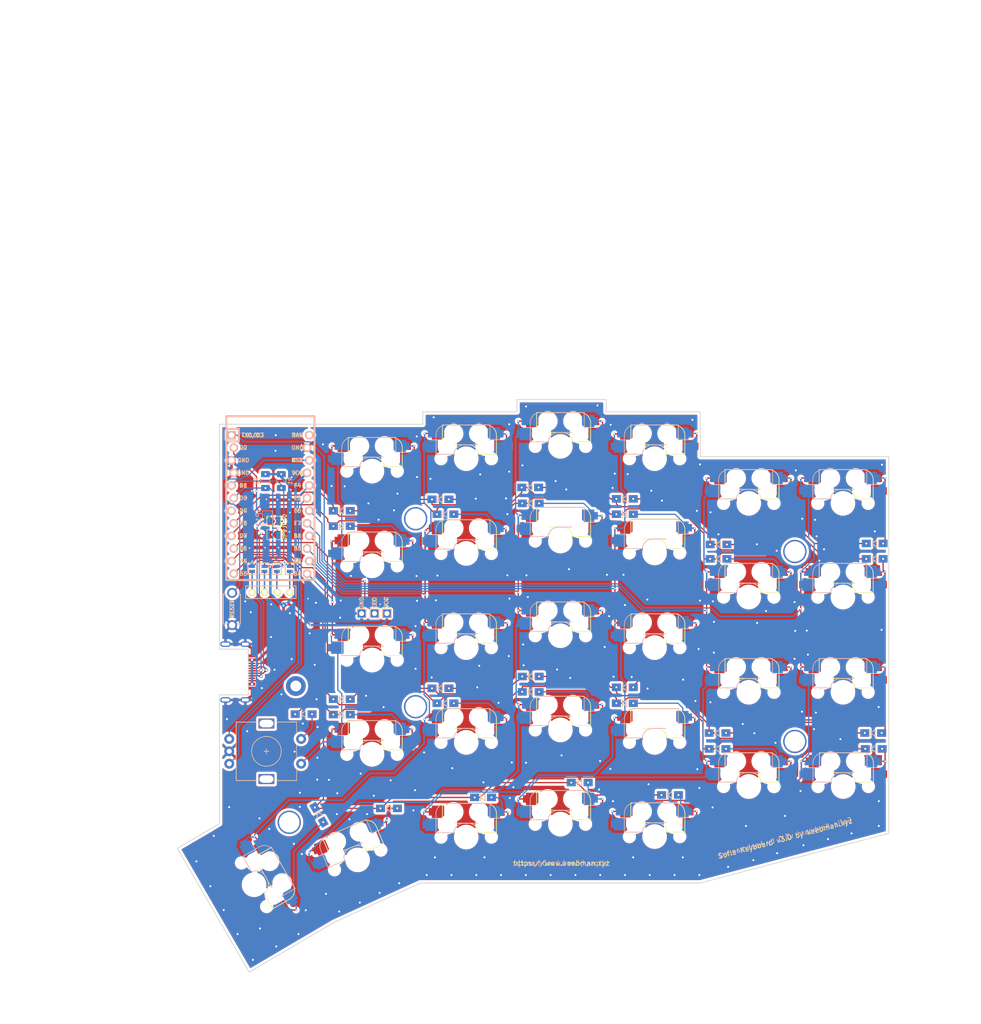
<source format=kicad_pcb>
(kicad_pcb (version 20241229) (generator "pcbnew") (generator_version "9.0")
  (layers (0 "F.Cu" signal) (2 "B.Cu" signal) (13 "F.Paste" user) (15 "B.Paste" user) (5 "F.SilkS" user "F.Silkscreen") (7 "B.SilkS" user "B.Silkscreen") (1 "F.Mask" user) (3 "B.Mask" user) (25 "Edge.Cuts" user))
  (net 0 "")
  (net 1 "Net-(D1-A)")
  (net 2 "row4")
  (net 3 "Net-(D2-A)")
  (net 4 "Net-(D3-A)")
  (net 5 "row0")
  (net 6 "Net-(D4-A)")
  (net 7 "row1")
  (net 8 "Net-(D5-A)")
  (net 9 "row2")
  (net 10 "Net-(D6-A)")
  (net 11 "row3")
  (net 12 "Net-(D7-A)")
  (net 13 "Net-(D8-A)")
  (net 14 "Net-(D9-A)")
  (net 15 "Net-(D10-A)")
  (net 16 "Net-(D11-A)")
  (net 17 "Net-(D12-A)")
  (net 18 "Net-(D13-A)")
  (net 19 "Net-(D14-A)")
  (net 20 "Net-(D15-A)")
  (net 21 "Net-(D16-A)")
  (net 22 "Net-(D17-A)")
  (net 23 "Net-(D18-A)")
  (net 24 "Net-(D19-A)")
  (net 25 "Net-(D20-A)")
  (net 26 "Net-(D21-A)")
  (net 27 "Net-(D22-A)")
  (net 28 "Net-(D23-A)")
  (net 29 "Net-(D24-A)")
  (net 30 "Net-(D26-A)")
  (net 31 "Net-(D27-A)")
  (net 32 "Net-(D28-A)")
  (net 33 "VCC")
  (net 34 "GND")
  (net 35 "col0")
  (net 36 "col1")
  (net 37 "col2")
  (net 38 "col3")
  (net 39 "col4")
  (net 40 "SDA")
  (net 41 "LED")
  (net 42 "SCL")
  (net 43 "RESET")
  (net 44 "Net-(D29-A)")
  (net 45 "DATA")
  (net 46 "Net-(D30-A)")
  (net 47 "Net-(J3-P3)")
  (net 48 "Net-(J3-P1)")
  (net 49 "Net-(J3-P2)")
  (net 50 "Net-(J3-P4)")
  (net 51 "SW25B")
  (net 52 "SW25A")
  (net 53 "ENCB")
  (net 54 "ENCA")
  (net 55 "/i2c_c")
  (net 56 "/i2c_d")
  (footprint "SofleKeyboard-footprint:HOLE_M2_TH" (layer "F.Cu") (at 129.3 59.6)
    (property "Reference" "TH3" (hide yes))
    (property "Value" "HOLE" (hide yes))
  )
  (footprint "SofleKeyboard-footprint:HOLE_M2_TH" (layer "F.Cu") (at 205.8 66.21)
    (property "Reference" "TH4" (hide yes))
    (property "Value" "HOLE" (hide yes))
  )
  (footprint "SofleKeyboard-footprint:HOLE_M2_TH" (layer "F.Cu") (at 205.8 104.51)
    (property "Reference" "TH6" (hide yes))
    (property "Value" "HOLE" (hide yes))
  )
  (footprint "SofleKeyboard-footprint:HOLE_M2_TH" (layer "F.Cu") (at 103.8 120.81 90)
    (property "Reference" "TH7" (hide yes))
    (property "Value" "HOLE" (hide yes))
  )
  (footprint "SofleKeyboard-footprint:ArduinoProMicro-ZigZag-DoubleSided" (layer "F.Cu") (at 100 56.71 -90)
    (property "Reference" "U1" (hide yes))
    (property "Value" "ProMicro" (hide yes))
  )
  (footprint "SofleKeyboard-footprint:Jumper" (layer "F.Cu") (at 103.9 69.7 90)
    (property "Reference" "JP1" (hide yes))
    (property "Value" "Jumper_NO_Small" (hide yes))
  )
  (footprint "SofleKeyboard-footprint:Jumper" (layer "F.Cu") (at 101.3 69.7 90)
    (property "Reference" "JP2" (hide yes))
    (property "Value" "Jumper_NO_Small" (hide yes))
  )
  (footprint "SofleKeyboard-footprint:Jumper" (layer "F.Cu") (at 98.8 69.7 90)
    (property "Reference" "JP3" (hide yes))
    (property "Value" "Jumper_NO_Small" (hide yes))
  )
  (footprint "SofleKeyboard-footprint:Diode_SOD123" (layer "F.Cu") (at 114.4 58)
    (property "Reference" "D1" (hide yes))
    (property "Value" "D" (hide yes))
  )
  (footprint "SofleKeyboard-footprint:Diode_SOD123" (layer "F.Cu") (at 134.3 55.7)
    (property "Reference" "D2" (hide yes))
    (property "Value" "D" (hide yes))
  )
  (footprint "SofleKeyboard-footprint:Diode_SOD123" (layer "F.Cu") (at 152.4 53.3)
    (property "Reference" "D3" (hide yes))
    (property "Value" "D" (hide yes))
  )
  (footprint "SofleKeyboard-footprint:Diode_SOD123" (layer "F.Cu") (at 171.5 55.6)
    (property "Reference" "D4" (hide yes))
    (property "Value" "D" (hide yes))
  )
  (footprint "SofleKeyboard-footprint:Diode_SOD123" (layer "F.Cu") (at 190.4 64.8)
    (property "Reference" "D5" (hide yes))
    (property "Value" "D" (hide yes))
  )
  (footprint "SofleKeyboard-footprint:Diode_SOD123" (layer "F.Cu") (at 221.9 64.6)
    (property "Reference" "D6" (hide yes))
    (property "Value" "D" (hide yes))
  )
  (footprint "SofleKeyboard-footprint:Diode_SOD123" (layer "F.Cu") (at 114.4 61.1)
    (property "Reference" "D7" (hide yes))
    (property "Value" "D" (hide yes))
  )
  (footprint "SofleKeyboard-footprint:Diode_SOD123" (layer "F.Cu") (at 135.3 58.7)
    (property "Reference" "D8" (hide yes))
    (property "Value" "D" (hide yes))
  )
  (footprint "SofleKeyboard-footprint:Diode_SOD123" (layer "F.Cu") (at 152.5 56.5)
    (property "Reference" "D9" (hide yes))
    (property "Value" "D" (hide yes))
  )
  (footprint "SofleKeyboard-footprint:Diode_SOD123" (layer "F.Cu") (at 171.5 58.7)
    (property "Reference" "D10" (hide yes))
    (property "Value" "D" (hide yes))
  )
  (footprint "SofleKeyboard-footprint:Diode_SOD123" (layer "F.Cu") (at 190.4 67.7)
    (property "Reference" "D11" (hide yes))
    (property "Value" "D" (hide yes))
  )
  (footprint "SofleKeyboard-footprint:Diode_SOD123" (layer "F.Cu") (at 221.9 67.7)
    (property "Reference" "D12" (hide yes))
    (property "Value" "D" (hide yes))
  )
  (footprint "SofleKeyboard-footprint:Diode_SOD123" (layer "F.Cu") (at 114.4 96)
    (property "Reference" "D13" (hide yes))
    (property "Value" "D" (hide yes))
  )
  (footprint "SofleKeyboard-footprint:Diode_SOD123" (layer "F.Cu") (at 134.3 93.8)
    (property "Reference" "D14" (hide yes))
    (property "Value" "D" (hide yes))
  )
  (footprint "SofleKeyboard-footprint:Diode_SOD123" (layer "F.Cu") (at 152.5 91.4)
    (property "Reference" "D15" (hide yes))
    (property "Value" "D" (hide yes))
  )
  (footprint "SofleKeyboard-footprint:Diode_SOD123" (layer "F.Cu") (at 171.5 93.6)
    (property "Reference" "D16" (hide yes))
    (property "Value" "D" (hide yes))
  )
  (footprint "SofleKeyboard-footprint:Diode_SOD123" (layer "F.Cu") (at 190.2 102.8)
    (property "Reference" "D17" (hide yes))
    (property "Value" "D" (hide yes))
  )
  (footprint "SofleKeyboard-footprint:Diode_SOD123" (layer "F.Cu") (at 221.6 102.8)
    (property "Reference" "D18" (hide yes))
    (property "Value" "D" (hide yes))
  )
  (footprint "SofleKeyboard-footprint:Diode_SOD123" (layer "F.Cu") (at 114.4 99.1)
    (property "Reference" "D19" (hide yes))
    (property "Value" "D" (hide yes))
  )
  (footprint "SofleKeyboard-footprint:Diode_SOD123" (layer "F.Cu") (at 135.3 96.8)
    (property "Reference" "D20" (hide yes))
    (property "Value" "D" (hide yes))
  )
  (footprint "SofleKeyboard-footprint:Diode_SOD123" (layer "F.Cu") (at 152.5 94.5)
    (property "Reference" "D21" (hide yes))
    (property "Value" "D" (hide yes))
  )
  (footprint "SofleKeyboard-footprint:Diode_SOD123" (layer "F.Cu") (at 171.5 96.8)
    (property "Reference" "D22" (hide yes))
    (property "Value" "D" (hide yes))
  )
  (footprint "SofleKeyboard-footprint:Diode_SOD123" (layer "F.Cu") (at 190.2 106)
    (property "Reference" "D23" (hide yes))
    (property "Value" "D" (hide yes))
  )
  (footprint "SofleKeyboard-footprint:Diode_SOD123" (layer "F.Cu") (at 221.7 106)
    (property "Reference" "D24" (hide yes))
    (property "Value" "D" (hide yes))
  )
  (footprint "SofleKeyboard-footprint:Diode_SOD123" (layer "F.Cu") (at 106.7 99.01)
    (property "Reference" "D25" (hide yes))
    (property "Value" "D" (hide yes))
  )
  (footprint "SofleKeyboard-footprint:Diode_SOD123" (layer "F.Cu") (at 109.8 119.3 -60)
    (property "Reference" "D26" (hide yes))
    (property "Value" "D" (hide yes))
  )
  (footprint "SofleKeyboard-footprint:Diode_SOD123" (layer "F.Cu") (at 123.9 118)
    (property "Reference" "D27" (hide yes))
    (property "Value" "D" (hide yes))
  )
  (footprint "SofleKeyboard-footprint:Diode_SOD123" (layer "F.Cu") (at 142.9 115.8)
    (property "Reference" "D28" (hide yes))
    (property "Value" "D" (hide yes))
  )
  (footprint "SofleKeyboard-footprint:Diode_SOD123" (layer "F.Cu") (at 162.4 112.81)
    (property "Reference" "D29" (hide yes))
    (property "Value" "D" (hide yes))
  )
  (footprint "SofleKeyboard-footprint:CherryMX_Hotswap" (layer "F.Cu") (at 120.5 50)
    (property "Reference" "SW1" (hide yes))
    (property "Value" "SW_PUSH" (hide yes))
  )
  (footprint "SofleKeyboard-footprint:CherryMX_Hotswap" (layer "F.Cu") (at 120.5 69.1)
    (property "Reference" "SW7" (hide yes))
    (property "Value" "SW_PUSH" (hide yes))
  )
  (footprint "SofleKeyboard-footprint:CherryMX_Hotswap" (layer "F.Cu") (at 120.5 88.1)
    (property "Reference" "SW13" (hide yes))
    (property "Value" "SW_PUSH" (hide yes))
  )
  (footprint "SofleKeyboard-footprint:CherryMX_Hotswap" (layer "F.Cu") (at 120.5 107.1)
    (property "Reference" "SW19" (hide yes))
    (property "Value" "SW_PUSH" (hide yes))
  )
  (footprint "SofleKeyboard-footprint:CherryMX_Hotswap_1.5" (layer "F.Cu") (at 96.7 133.41 -60)
    (property "Reference" "SW26" (hide yes))
    (property "Value" "SW_PUSH" (hide yes))
  )
  (footprint "SofleKeyboard-footprint:CherryMX_Hotswap" (layer "F.Cu") (at 117.6 128.4 23)
    (property "Reference" "SW27" (hide yes))
    (property "Value" "SW_PUSH" (hide yes))
  )
  (footprint "SofleKeyboard-footprint:CherryMX_Hotswap" (layer "F.Cu") (at 139.5 123.8)
    (property "Reference" "SW28" (hide yes))
    (property "Value" "SW_PUSH" (hide yes))
  )
  (footprint "SofleKeyboard-footprint:CherryMX_Hotswap" (layer "F.Cu") (at 158.5 121.2)
    (property "Reference" "SW29" (hide yes))
    (property "Value" "SW_PUSH" (hide yes))
  )
  (footprint "SofleKeyboard-footprint:Jumper" (layer "F.Cu") (at 96.3 69.7 90)
    (property "Reference" "JP4" (hide yes))
    (property "Value" "Jumper_NO_Small" (hide yes))
  )
  (footprint "SofleKeyboard-footprint:LED" (layer "F.Cu") (at 123.5 78.71 -90)
    (property "Reference" "J1" (hide yes))
    (property "Value" "LED" (hide yes))
  )
  (footprint "SofleKeyboard-footprint:OLED_4Pin" (layer "F.Cu") (at 96.3 74.41)
    (property "Reference" "J3" (hide yes))
    (property "Value" "OLED" (hide yes))
  )
  (footprint "SofleKeyboard-footprint:Diode_SOD123" (layer "F.Cu") (at 180.6 115.31)
    (property "Reference" "D30" (hide yes))
    (property "Value" "D" (hide yes))
  )
  (footprint "SofleKeyboard-footprint:M2_HOLE_PCB" (layer "F.Cu") (at 105.13 93.336)
    (property "Reference" "TH2" (hide yes))
    (property "Value" "HOLE")
  )
  (footprint "SofleKeyboard-footprint:CherryMX_Hotswap" (layer "F.Cu") (at 139.5 85.6)
    (property "Reference" "SW14" (hide yes))
    (property "Value" "SW_PUSH" (hide yes))
  )
  (footprint "SofleKeyboard-footprint:CherryMX_Hotswap" (layer "F.Cu") (at 139.5 104.7)
    (property "Reference" "SW20" (hide yes))
    (property "Value" "SW_PUSH" (hide yes))
  )
  (footprint "SofleKeyboard-footprint:CherryMX_Hotswap" (layer "F.Cu") (at 139.5 66.6)
    (property "Reference" "SW8" (hide yes))
    (property "Value" "SW_PUSH" (hide yes))
  )
  (footprint "SofleKeyboard-footprint:CherryMX_Hotswap" (layer "F.Cu") (at 139.5 47.5)
    (property "Reference" "SW2" (hide yes))
    (property "Value" "SW_PUSH" (hide yes))
  )
  (footprint "SofleKeyboard-footprint:CherryMX_Hotswap" (layer "F.Cu") (at 158.5 83.2)
    (property "Reference" "SW15" (hide yes))
    (property "Value" "SW_PUSH" (hide yes))
  )
  (footprint "SofleKeyboard-footprint:CherryMX_Hotswap" (layer "F.Cu") (at 158.5 45.01)
    (property "Reference" "SW3" (hide yes))
    (property "Value" "SW_PUSH" (hide yes))
  )
  (footprint "SofleKeyboard-footprint:CherryMX_Hotswap" (layer "F.Cu") (at 158.5 64.1)
    (property "Reference" "SW9" (hide yes))
    (property "Value" "SW_PUSH" (hide yes))
  )
  (footprint "SofleKeyboard-footprint:CherryMX_Hotswap" (layer "F.Cu") (at 158.5 102.2)
    (property "Reference" "SW21" (hide yes))
    (property "Value" "SW_PUSH" (hide yes))
  )
  (footprint "SofleKeyboard-footprint:CherryMX_Hotswap" (layer "F.Cu") (at 177.5 104.7)
    (property "Reference" "SW22" (hide yes))
    (property "Value" "SW_PUSH" (hide yes))
  )
  (footprint "SofleKeyboard-footprint:CherryMX_Hotswap" (layer "F.Cu") (at 177.5 66.5)
    (property "Reference" "SW10" (hide yes))
    (property "Value" "SW_PUSH" (hide yes))
  )
  (footprint "SofleKeyboard-footprint:CherryMX_Hotswap" (layer "F.Cu") (at 177.5 123.7)
    (property "Reference" "SW30" (hide yes))
    (property "Value" "SW_PUSH" (hide yes))
  )
  (footprint "SofleKeyboard-footprint:CherryMX_Hotswap" (layer "F.Cu") (at 177.5 85.6)
    (property "Reference" "SW16" (hide yes))
    (property "Value" "SW_PUSH" (hide yes))
  )
  (footprint "SofleKeyboard-footprint:CherryMX_Hotswap" (layer "F.Cu") (at 177.5 47.5)
    (property "Reference" "SW4" (hide yes))
    (property "Value" "SW_PUSH" (hide yes))
  )
  (footprint "SofleKeyboard-footprint:CherryMX_Hotswap" (layer "F.Cu") (at 196.5 56.5)
    (property "Reference" "SW5" (hide yes))
    (property "Value" "SW_PUSH" (hide yes))
  )
  (footprint "SofleKeyboard-footprint:CherryMX_Hotswap" (layer "F.Cu") (at 196.5 113.6)
    (property "Reference" "SW23" (hide yes))
    (property "Value" "SW_PUSH" (hide yes))
  )
  (footprint "SofleKeyboard-footprint:CherryMX_Hotswap" (layer "F.Cu") (at 215.5 94.6)
    (property "Reference" "SW18" (hide yes))
    (property "Value" "SW_PUSH" (hide yes))
  )
  (footprint "SofleKeyboard-footprint:CherryMX_Hotswap" (layer "F.Cu") (at 215.55 113.6)
    (property "Reference" "SW24" (hide yes))
    (property "Value" "SW_PUSH" (hide yes))
  )
  (footprint "SofleKeyboard-footprint:CherryMX_Hotswap" (layer "F.Cu") (at 215.5 56.5)
    (property "Reference" "SW6" (hide yes))
    (property "Value" "SW_PUSH" (hide yes))
  )
  (footprint "SofleKeyboard-footprint:CherryMX_Hotswap" (layer "F.Cu") (at 215.5 75.4)
    (property "Reference" "SW12" (hide yes))
    (property "Value" "SW_PUSH" (hide yes))
  )
  (footprint "SofleKeyboard-footprint:CherryMX_Hotswap" (layer "F.Cu") (at 196.5 94.6)
    (property "Reference" "SW17" (hide yes))
    (property "Value" "SW_PUSH" (hide yes))
  )
  (footprint "SofleKeyboard-footprint:CherryMX_Hotswap" (layer "F.Cu") (at 196.5 75.4)
    (property "Reference" "SW11" (hide yes))
    (property "Value" "SW_PUSH" (hide yes))
  )
  (footprint "SofleKeyboard-footprint:HOLE_M2_TH" (layer "F.Cu") (at 129.3 97.51)
    (property "Reference" "TH5" (hide yes))
    (property "Value" "HOLE" (hide yes))
  )
  (footprint "SofleKeyboard-footprint:RotaryEncoder_Alps_EC11E-Switch_Vertical_H20mm-keebio_modified" (layer "F.Cu") (at 99.2 106.5)
    (property "Reference" "SW25" (hide yes))
    (property "Value" "Rotary_Encoder_Switch")
  )
  (footprint "Jumper:SolderJumper-2_P1.3mm_Open_TrianglePad1.0x1.5mm" (layer "F.Cu") (at 100.7 62.81 180)
    (property "Reference" "JP9")
    (property "Value" "I2CSCL")
  )
  (footprint "Jumper:SolderJumper-2_P1.3mm_Open_TrianglePad1.0x1.5mm" (layer "F.Cu") (at 100.675 60.11)
    (property "Reference" "JP10")
    (property "Value" "IC2SDA")
  )
  (footprint "SofleKeyboard-footprint:TACT_SWITCH_TVBP06" (layer "F.Cu") (at 92.28 77.802 90)
    (property "Reference" "RSW1" (hide yes))
    (property "Value" "SW_RST" (hide yes))
  )
  (footprint "TypeC:TYPE-C-31-M-13C" (layer "F.Cu") (at 90.94 90.512 -90)
    (property "Reference" "J4")
    (property "Value" "TYPE-C-31-M-13C")
  )
  (footprint "SofleKeyboard-footprint:R_1206_DoubleSided" (layer "B.Cu") (at 102.2 52.01 -90)
    (property "Reference" "R1")
    (property "Value" "R")
  )
  (footprint "SofleKeyboard-footprint:R_1206_DoubleSided" (layer "B.Cu") (at 99 52.01 -90)
    (property "Reference" "R2")
    (property "Value" "R")
  )
  (footprint "SofleKeyboard-footprint:Jumper" (layer "B.Cu") (at 101.3 69.7 90)
    (property "Reference" "JP6" (hide yes))
    (property "Value" "Jumper_NO_Small" (hide yes))
  )
  (footprint "SofleKeyboard-footprint:Jumper" (layer "B.Cu") (at 98.8 69.7 90)
    (property "Reference" "JP7" (hide yes))
    (property "Value" "Jumper_NO_Small" (hide yes))
  )
  (footprint "SofleKeyboard-footprint:Jumper" (layer "B.Cu") (at 96.3 69.7 90)
    (property "Reference" "JP8" (hide yes))
    (property "Value" "Jumper_NO_Small" (hide yes))
  )
  (footprint "SofleKeyboard-footprint:Jumper" (layer "B.Cu") (at 103.9 69.7 90)
    (property "Reference" "JP5" (hide yes))
    (property "Value" "Jumper_NO_Small" (hide yes))
  )
  (footprint "Jumper:SolderJumper-2_P1.3mm_Bridged2Bar_Pad1.0x1.5mm" (layer "B.Cu") (at 99.4 59.41 -90)
    (property "Reference" "JP11")
    (property "Value" "Serial")
  )
  (gr_line (start 130.73 40.552) (end 111.23 40.552) (stroke (width 0.15)) (layer "Edge.Cuts"))
  (gr_line (start 149.73 38.052) (end 130.73 38.052) (stroke (width 0.15)) (layer "Edge.Cuts"))
  (gr_line (start 149.73 35.552) (end 149.73 38.052) (stroke (width 0.15)) (layer "Edge.Cuts"))
  (gr_line (start 89.73 100.552) (end 89.73 121.052) (stroke (width 0.15)) (layer "Edge.Cuts"))
  (gr_line (start 224.73 47.052) (end 186.73 47.052) (stroke (width 0.15)) (layer "Edge.Cuts"))
  (gr_line (start 167.73 35.552) (end 149.73 35.552) (stroke (width 0.15)) (layer "Edge.Cuts"))
  (gr_line (start 186.73 47.052) (end 186.73 38.052) (stroke (width 0.15)) (layer "Edge.Cuts"))
  (gr_line (start 95.53 95.132) (end 89.73 95.132) (stroke (width 0.15)) (layer "Edge.Cuts"))
  (gr_line (start 89.73 95.132) (end 89.73 100.552) (stroke (width 0.15)) (layer "Edge.Cuts"))
  (gr_line (start 112.73 141.052) (end 130.23 133.052) (stroke (width 0.15)) (layer "Edge.Cuts"))
  (gr_line (start 130.23 133.052) (end 186.73 133.052) (stroke (width 0.15)) (layer "Edge.Cuts"))
  (gr_line (start 224.73 123.052) (end 224.73 47.052) (stroke (width 0.15)) (layer "Edge.Cuts"))
  (gr_line (start 186.73 133.052) (end 224.73 123.052) (stroke (width 0.15)) (layer "Edge.Cuts"))
  (gr_line (start 111.23 40.552) (end 89.73 40.552) (stroke (width 0.15)) (layer "Edge.Cuts"))
  (gr_line (start 130.73 38.052) (end 130.73 40.552) (stroke (width 0.15)) (layer "Edge.Cuts"))
  (gr_line (start 167.73 38.052) (end 167.73 35.552) (stroke (width 0.15)) (layer "Edge.Cuts"))
  (gr_line (start 89.73 85.891) (end 95.53 85.891) (stroke (width 0.15)) (layer "Edge.Cuts"))
  (gr_line (start 81.23 126.052) (end 95.73 151.052) (stroke (width 0.15)) (layer "Edge.Cuts"))
  (gr_line (start 89.73 121.052) (end 87.23 122.552) (stroke (width 0.15)) (layer "Edge.Cuts"))
  (gr_line (start 95.73 151.052) (end 112.73 141.052) (stroke (width 0.15)) (layer "Edge.Cuts"))
  (gr_line (start 95.53 85.891) (end 95.53 95.132) (stroke (width 0.15)) (layer "Edge.Cuts"))
  (gr_line (start 89.73 40.552) (end 89.73 85.891) (stroke (width 0.15)) (layer "Edge.Cuts"))
  (gr_line (start 186.73 38.052) (end 167.73 38.052) (stroke (width 0.15)) (layer "Edge.Cuts"))
  (gr_line (start 87.23 122.552) (end 81.23 126.052) (stroke (width 0.15)) (layer "Edge.Cuts"))
  (gr_text "Sofle Keyboard v3.0 by keebman.xyz" (at 203.83 124.102 15) (layer "F.SilkS") (effects (font (size 1 1))))
  (gr_text "https://www.keebman.xyz" (at 158.73 129.052 0) (layer "F.SilkS") (effects (font (size 1 1))))
  (gr_text "Sofle Keyboard v3.0 by keebman.xyz" (at 203.78 123.902 15) (layer "B.SilkS") (effects (font (size 1 1)) (justify mirror)))
  (gr_text "https://www.keebman.xyz" (at 158.53 129.052 0) (layer "B.SilkS") (effects (font (size 1 1)) (justify mirror)))
  (segment (start 129 49.382) (end 129 47.5) (width 0.25) (layer "F.Cu") (net 1))
  (segment (start 116.1 58) (end 120.382 58) (width 0.25) (layer "F.Cu") (net 1))
  (segment (start 120.382 58) (end 129 49.382) (width 0.25) (layer "F.Cu") (net 1))
  (segment (start 129 47.5) (end 129 44.91) (width 0.25) (layer "F.Cu") (net 1))
  (via (at 129 44.91) (size 0.4) (drill 0.3) (layers "F.Cu" "B.Cu") (net 1))
  (segment (start 127.7 44.9) (end 128.99 44.9) (width 0.25) (layer "B.Cu") (net 1))
  (segment (start 128.99 44.9) (end 129 44.91) (width 0.25) (layer "B.Cu") (net 1))
  (segment (start 105.172 99.01) (end 105 99.01) (width 0.25) (layer "F.Cu") (net 2))
  (segment (start 110.7 116.077757) (end 110.7 98.122) (width 0.25) (layer "F.Cu") (net 2))
  (segment (start 164.35 115.31) (end 178.9 115.31) (width 0.25) (layer "F.Cu") (net 2))
  (segment (start 108.95 117.827757) (end 110.7 116.077757) (width 0.25) (layer "F.Cu") (net 2))
  (segment (start 110.6 75.666526) (end 110.6 75.932) (width 0.25) (layer "F.Cu") (net 2))
  (segment (start 110.6 98.022) (end 110.7 98.122) (width 0.25) (layer "F.Cu") (net 2))
  (segment (start 124.55 115.8) (end 122.35 118) (width 0.25) (layer "F.Cu") (net 2))
  (segment (start 106.190099 71.256625) (end 109.987737 75.054263) (width 0.25) (layer "F.Cu") (net 2))
  (segment (start 145.34 112.81) (end 160.7 112.81) (width 0.25) (layer "F.Cu") (net 2))
  (segment (start 141.2 115.8) (end 124.55 115.8) (width 0.25) (layer "F.Cu") (net 2))
  (segment (start 110.6 75.666526) (end 110.6 76.702) (width 0.25) (layer "F.Cu") (net 2))
  (segment (start 160.7 112.81) (end 161.85 112.81) (width 0.25) (layer "F.Cu") (net 2))
  (segment (start 109.987737 75.054263) (end 110.6 75.666526) (width 0.25) (layer "F.Cu") (net 2))
  (segment (start 103.063218 66.850034) (end 106.190099 69.976915) (width 0.25) (layer "F.Cu") (net 2))
  (segment (start 161.85 112.81) (end 164.35 115.31) (width 0.25) (layer "F.Cu") (net 2))
  (segment (start 110.6 75.932) (end 110.6 76.702) (width 0.25) (layer "F.Cu") (net 2))
  (segment (start 142.35 115.8) (end 145.34 112.81) (width 0.25) (layer "F.Cu") (net 2))
  (segment (start 92.6086 70.68) (end 96.438566 66.850034) (width 0.25) (layer "F.Cu") (net 2))
  (segment (start 122.35 118) (end 122.2 118) (width 0.25) (layer "F.Cu") (net 2))
  (segment (start 109.122243 118) (end 108.95 117.827757) (width 0.25) (layer "F.Cu") (net 2))
  (segment (start 110.6 97.522) (end 110.35 97.772) (width 0.25) (layer "F.Cu") (net 2))
  (segment (start 141.2 115.8) (end 142.35 115.8) (width 0.25) (layer "F.Cu") (net 2))
  (segment (start 110.6 76.702) (end 110.6 96.142) (width 0.25) (layer "F.Cu") (net 2))
  (segment (start 109.9 97.522) (end 106.66 97.522) (width 0.25) (layer "F.Cu") (net 2))
  (segment (start 106.190099 69.976915) (end 106.190099 71.256625) (width 0.25) (layer "F.Cu") (net 2))
  (segment (start 110.6 96.142) (end 110.6 97.522) (width 0.25) (layer "F.Cu") (net 2))
  (segment (start 110.7 98.122) (end 110.35 97.772) (width 0.25) (layer "F.Cu") (net 2))
  (segment (start 141.35 115.8) (end 141.2 115.8) (width 0.25) (layer "F.Cu") (net 2))
  (segment (start 110.35 97.772) (end 110.1 97.522) (width 0.25) (layer "F.Cu") (net 2))
  (segment (start 109.9 97.522) (end 110.6 97.522) (width 0.25) (layer "F.Cu") (net 2))
  (segment (start 96.438566 66.850034) (end 103.063218 66.850034) (width 0.25) (layer "F.Cu") (net 2))
  (segment (start 106.66 97.522) (end 105.172 99.01) (width 0.25) (layer "F.Cu") (net 2))
  (segment (start 110.6 97.522) (end 110.6 98.022) (width 0.25) (layer "F.Cu") (net 2))
  (segment (start 110.1 97.522) (end 109.9 97.522) (width 0.25) (layer "F.Cu") (net 2))
  (segment (start 122.2 118) (end 109.122243 118) (width 0.25) (layer "F.Cu") (net 2))
  (segment (start 139.382 55.7) (end 148 47.082) (width 0.25) (layer "F.Cu") (net 3))
  (segment (start 147.6 42.5) (end 147.6 43.86) (width 0.25) (layer "F.Cu") (net 3))
  (segment (start 136 55.7) (end 139.382 55.7) (width 0.25) (layer "F.Cu") (net 3))
  (segment (start 148 45.1) (end 146.44 45.1) (width 0.25) (layer "F.Cu") (net 3))
  (segment (start 148 47.082) (end 148 45) (width 0.25) (layer "F.Cu") (net 3))
  (segment (start 146.44 45.1) (end 146.4 45.06) (width 0.25) (layer "F.Cu") (net 3))
  (segment (start 147.6 43.86) (end 146.4 45.06) (width 0.25) (layer "F.Cu") (net 3))
  (via (at 147.6 42.5) (size 0.4) (drill 0.3) (layers "F.Cu" "B.Cu") (net 3))
  (segment (start 145.1 42.52) (end 146.68 42.52) (width 0.25) (layer "B.Cu") (net 3))
  (segment (start 146.68 42.52) (end 146.7 42.5) (width 0.25) (layer "B.Cu") (net 3))
  (segment (start 146.7 42.5) (end 147.6 42.5) (width 0.25) (layer "B.Cu") (net 3))
  (segment (start 167 44.502) (end 167 42.51) (width 0.25) (layer "F.Cu") (net 4))
  (segment (start 167 42.51) (end 167 40.01) (width 0.25) (layer "F.Cu") (net 4))
  (segment (start 154.1 53.3) (end 158.202 53.3) (width 0.25) (layer "F.Cu") (net 4))
  (segment (start 158.202 53.3) (end 167 44.502) (width 0.25) (layer "F.Cu") (net 4))
  (segment (start 167 40.01) (end 166.9 39.91) (width 0.25) (layer "F.Cu") (net 4))
  (via (at 166.9 39.91) (size 0.4) (drill 0.3) (layers "F.Cu" "B.Cu") (net 4))
  (segment (start 165.7 39.91) (end 166.9 39.91) (width 0.25) (layer "B.Cu") (net 4))
  (segment (start 182.688402 57.17499) (end 188.7 63.186588) (width 0.25) (layer "F.Cu") (net 5))
  (segment (start 112.7 57) (end 112.7 58) (width 0.25) (layer "F.Cu") (net 5))
  (segment (start 132.6 55.7) (end 123.401002 55.7) (width 0.25) (layer "F.Cu") (net 5))
  (segment (start 106.814775 54.238699) (end 109.938699 54.238699) (width 0.25) (layer "F.Cu") (net 5))
  (segment (start 106.190099 54.863375) (end 106.814775 54.238699) (width 0.25) (layer "F.Cu") (net 5))
  (segment (start 188.7 63.186588) (end 188.7 64.8) (width 0.25) (layer "F.Cu") (net 5))
  (segment (start 189.85 64.8) (end 190.925001 65.875001) (width 0.25) (layer "F.Cu") (net 5))
  (segment (start 109.938699 54.238699) (end 112.7 57) (width 0.25) (layer "F.Cu") (net 5))
  (segment (start 113.925001 59.075001) (end 112.85 58) (width 0.25) (layer "F.Cu") (net 5))
  (segment (start 150.85 53.3) (end 150.7 53.3) (width 0.25) (layer "F.Cu") (net 5))
  (segment (start 120.026001 59.075001) (end 113.925001 59.075001) (width 0.25) (layer "F.Cu") (net 5))
  (segment (start 169.8 55.6) (end 169.8 56.6) (width 0.25) (layer "F.Cu") (net 5))
  (segment (start 98.265225 54.863375) (end 106.190099 54.863375) (width 0.25) (layer "F.Cu") (net 5))
  (segment (start 199.756999 65.875001) (end 203.68 61.952) (width 0.25) (layer "F.Cu") (net 5))
  (segment (start 132.675001 56.775001) (end 148.224999 56.775001) (width 0.25) (layer "F.Cu") (net 5))
  (segment (start 112.85 58) (end 112.7 58) (width 0.25) (layer "F.Cu") (net 5))
  (segment (start 123.401002 55.7) (end 120.026001 59.075001) (width 0.25) (layer "F.Cu") (net 5))
  (segment (start 132.75 55.7) (end 132.6 55.7) (width 0.25) (layer "F.Cu") (net 5))
  (segment (start 188.7 64.8) (end 189.85 64.8) (width 0.25) (layer "F.Cu") (net 5))
  (segment (start 132.6 55.7) (end 132.6 56.7) (width 0.25) (layer "F.Cu") (net 5))
  (segment (start 188.9 64.8) (end 188.7 64.8) (width 0.25) (layer "F.Cu") (net 5))
  (segment (start 150.7 53.3) (end 151.85 53.3) (width 0.25) (layer "F.Cu") (net 5))
  (segment (start 170.37499 57.17499) (end 182.688402 57.17499) (width 0.25) (layer "F.Cu") (net 5))
  (segment (start 190.925001 65.875001) (end 199.756999 65.875001) (width 0.25) (layer "F.Cu") (net 5))
  (segment (start 169.8 56.6) (end 170.37499 57.17499) (width 0.25) (layer "F.Cu") (net 5))
  (segment (start 203.68 61.952) (end 207.03 61.952) (width 0.25) (layer "F.Cu") (net 5))
  (segment (start 209.678 64.6) (end 220.2 64.6) (width 0.25) (layer "F.Cu") (net 5))
  (segment (start 92.6086 60.52) (end 98.265225 54.863375) (width 0.25) (layer "F.Cu") (net 5))
  (segment (start 150.7 54.3) (end 150.7 53.3) (width 0.25) (layer "F.Cu") (net 5))
  (segment (start 168.024989 54.974989) (end 168.65 55.6) (width 0.25) (layer "F.Cu") (net 5))
  (segment (start 148.224999 56.775001) (end 150.7 54.3) (width 0.25) (layer "F.Cu") (net 5))
  (segment (start 207.03 61.952) (end 209.678 64.6) (width 0.25) (layer "F.Cu") (net 5))
  (segment (start 168.65 55.6) (end 169.8 55.6) (width 0.25) (layer "F.Cu") (net 5))
  (segment (start 151.85 53.3) (end 153.524989 54.974989) (width 0.25) (layer "F.Cu") (net 5))
  (segment (start 170 55.6) (end 169.8 55.6) (width 0.25) (layer "F.Cu") (net 5))
  (segment (start 132.6 56.7) (end 132.675001 56.775001) (width 0.25) (layer "F.Cu") (net 5))
  (segment (start 153.524989 54.974989) (end 168.024989 54.974989) (width 0.25) (layer "F.Cu") (net 5))
  (segment (start 173.2 55.6) (end 177.552 55.6) (width 0.25) (layer "F.Cu") (net 6))
  (segment (start 186 47.152) (end 186 45) (width 0.25) (layer "F.Cu") (net 6))
  (segment (start 177.552 55.6) (end 186 47.152) (width 0.25) (layer "F.Cu") (net 6))
  (segment (start 186 42.41) (end 186 45) (width 0.25) (layer "F.Cu") (net 6))
  (via (at 186 42.41) (size 0.4) (drill 0.3) (layers "F.Cu" "B.Cu") (net 6))
  (segment (start 185.99 42.4) (end 186 42.41) (width 0.25) (layer "B.Cu") (net 6))
  (segment (start 184.7 42.4) (end 185.99 42.4) (width 0.25) (layer "B.Cu") (net 6))
  (segment (start 187.474999 67.624999) (end 187.55 67.7) (width 0.25) (layer "F.Cu") (net 7))
  (segment (start 133.75 58.7) (end 133.6 58.7) (width 0.25) (layer "F.Cu") (net 7))
  (segment (start 92.1514 62.755126) (end 98.127827 56.778699) (width 0.25) (layer "F.Cu") (net 7))
  (segment (start 92.1514 63.06) (end 92.1514 62.755126) (width 0.25) (layer "F.Cu") (net 7))
  (segment (start 133.3 58.7) (end 131.1 56.5) (width 0.25) (layer "F.Cu") (net 7))
  (segment (start 188.7 67.7) (end 189.85 67.7) (width 0.25) (layer "F.Cu") (net 7))
  (segment (start 199.772 66.51) (end 203.63 62.652) (width 0.25) (layer "F.Cu") (net 7))
  (segment (start 133.6 57.7) (end 134.074989 57.225011) (width 0.25) (layer "F.Cu") (net 7))
  (segment (start 211.878 67.7) (end 220.2 67.7) (width 0.25) (layer "F.Cu") (net 7))
  (segment (start 133.6 58.7) (end 133.6 57.7) (width 0.25) (layer "F.Cu") (net 7))
  (segment (start 169.8 58.7) (end 170.95 58.7) (width 0.25) (layer "F.Cu") (net 7))
  (segment (start 150.8 56.5) (end 151.95 56.5) (width 0.25) (layer "F.Cu") (net 7))
  (segment (start 148.536989 57.225011) (end 149.262 56.5) (width 0.25) (layer "F.Cu") (net 7))
  (segment (start 119.712413 60.024999) (end 113.925001 60.024999) (width 0.25) (layer "F.Cu") (net 7))
  (segment (start 108.676699 56.778699) (end 111.55 59.652) (width 0.25) (layer "F.Cu") (net 7))
  (segment (start 170 58.7) (end 169.8 58.7) (width 0.25) (layer "F.Cu") (net 7))
  (segment (start 153.025001 55.424999) (end 165.374999 55.424999) (width 0.25) (layer "F.Cu") (net 7))
  (segment (start 111.55 59.652) (end 111.55 60.1) (width 0.25) (layer "F.Cu") (net 7))
  (segment (start 150.95 56.5) (end 150.8 56.5) (width 0.25) (layer "F.Cu") (net 7))
  (segment (start 112.55 61.1) (end 112.7 61.1) (width 0.25) (layer "F.Cu") (net 7))
  (segment (start 131.1 56.5) (end 123.237412 56.5) (width 0.25) (layer "F.Cu") (net 7))
  (segment (start 170.95 58.7) (end 172.025001 57.624999) (width 0.25) (layer "F.Cu") (net 7))
  (segment (start 113.925001 60.024999) (end 112.85 61.1) (width 0.25) (layer "F.Cu") (net 7))
  (segment (start 172.025001 57.624999) (end 182.502001 57.624999) (width 0.25) (layer "F.Cu") (net 7))
  (segment (start 168.65 58.7) (end 169.8 58.7) (width 0.25) (layer "F.Cu") (net 7))
  (segment (start 134.074989 57.225011) (end 148.536989 57.225011) (width 0.25) (layer "F.Cu") (net 7))
  (segment (start 206.83 62.652) (end 211.878 67.7) (width 0.25) (layer "F.Cu") (net 7))
  (segment (start 165.374999 55.424999) (end 168.65 58.7) (width 0.25) (layer "F.Cu") (net 7))
  (segment (start 191.04 66.51) (end 199.772 66.51) (width 0.25) (layer "F.Cu") (net 7))
  (segment (start 187.474999 62.597997) (end 187.474999 67.624999) (width 0.25) (layer "F.Cu") (net 7))
  (segment (start 112.85 61.1) (end 112.7 61.1) (width 0.25) (layer "F.Cu") (net 7))
  (segment (start 149.262 56.5) (end 150.8 56.5) (width 0.25) (layer "F.Cu") (net 7))
  (segment (start 150.8 56.5) (end 150.6 56.7) (width 0.25) (layer "F.Cu") (net 7))
  (segment (start 189.85 67.7) (end 191.04 66.51) (width 0.25) (layer "F.Cu") (net 7))
  (segment (start 203.63 62.652) (end 206.83 62.652) (width 0.25) (layer "F.Cu") (net 7))
  (segment (start 111.55 60.1) (end 112.55 61.1) (width 0.25) (layer "F.Cu") (net 7))
  (segment (start 133.6 58.7) (end 133.3 58.7) (width 0.25) (layer "F.Cu") (net 7))
  (segment (start 182.502001 57.624999) (end 187.474999 62.597997) (width 0.25) (layer "F.Cu") (net 7))
  (segment (start 98.127827 56.778699) (end 108.676699 56.778699) (width 0.25) (layer "F.Cu") (net 7))
  (segment (start 123.237412 56.5) (end 119.712413 60.024999) (width 0.25) (layer "F.Cu") (net 7))
  (segment (start 187.55 67.7) (end 188.7 67.7) (width 0.25) (layer "F.Cu") (net 7))
  (segment (start 151.95 56.5) (end 153.025001 55.424999) (width 0.25) (layer "F.Cu") (net 7))
  (segment (start 192.1 64.8) (end 196.262 64.8) (width 0.25) (layer "F.Cu") (net 8))
  (segment (start 205 54) (end 205 51.41) (width 0.25) (layer "F.Cu") (net 8))
  (segment (start 196.262 64.8) (end 205 56.062) (width 0.25) (layer "F.Cu") (net 8))
  (segment (start 205 56.062) (end 205 54) (width 0.25) (layer "F.Cu") (net 8))
  (via (at 205 51.41) (size 0.4) (drill 0.3) (layers "F.Cu" "B.Cu") (net 8))
  (segment (start 205 51.41) (end 203.71 51.41) (width 0.25) (layer "B.Cu") (net 8))
  (segment (start 203.71 51.41) (end 203.7 51.4) (width 0.25) (layer "B.Cu") (net 8))
  (segment (start 203.475991 100.172) (end 209.78 100.172) (width 0.25) (layer "F.Cu") (net 9))
  (segment (start 182.588402 95.27499) (end 188.5 101.186588) (width 0.25) (layer "F.Cu") (net 9))
  (segment (start 188.5 102.8) (end 188.35 102.8) (width 0.25) (layer "F.Cu") (net 9))
  (segment (start 112.8 96) (end 112.7 96) (width 0.25) (layer "F.Cu") (net 9))
  (segment (start 92.6086 65.6) (end 93.68 64.552) (width 0.25) (layer "F.Cu") (net 9))
  (segment (start 150.8 91.4) (end 151.95 91.4) (width 0.25) (layer "F.Cu") (net 9))
  (segment (start 111.500021 94.800021) (end 112.7 96) (width 0.25) (layer "F.Cu") (net 9))
  (segment (start 111.500021 67.202021) (end 111.500021 94.800021) (width 0.25) (layer "F.Cu") (net 9))
  (segment (start 123.6 93.8) (end 120.3 97.1) (width 0.25) (layer "F.Cu") (net 9))
  (segment (start 113.9 97.1) (end 112.8 96) (width 0.25) (layer "F.Cu") (net 9))
  (segment (start 132.6 93.8) (end 123.6 93.8) (width 0.25) (layer "F.Cu") (net 9))
  (segment (start 188.5 102.8) (end 189.65 102.8) (width 0.25) (layer "F.Cu") (net 9))
  (segment (start 93.68 64.552) (end 93.809901 64.398699) (width 0.25) (layer "F.Cu") (net 9))
  (segment (start 149.9 92.3) (end 150.8 91.4) (width 0.25) (layer "F.Cu") (net 9))
  (segment (start 188.5 101.186588) (end 188.5 102.8) (width 0.25) (layer "F.Cu") (net 9))
  (segment (start 120.3 97.1) (end 113.9 97.1) (width 0.25) (layer "F.Cu") (net 9))
  (segment (start 93.833301 64.398699) (end 108.696699 64.398699) (width 0.25) (layer "F.Cu") (net 9))
  (segment (start 170 93.6) (end 169.8 93.6) (width 0.25) (layer "F.Cu") (net 9))
  (segment (start 153.524989 92.974989) (end 168.024989 92.974989) (width 0.25) (layer "F.Cu") (net 9))
  (segment (start 93.68 64.552) (end 93.833301 64.398699) (width 0.25) (layer "F.Cu") (net 9))
  (segment (start 133.85 94.9) (end 132.75 93.8) (width 0.25) (layer "F.Cu") (net 9))
  (segment (start 132.75 93.8) (end 132.6 93.8) (width 0.25) (layer "F.Cu") (net 9))
  (segment (start 169.8 93.6) (end 169.8 94.6) (width 0.25) (layer "F.Cu") (net 9))
  (segment (start 147.05 94.9) (end 133.85 94.9) (width 0.25) (layer "F.Cu") (net 9))
  (segment (start 170.474989 95.274989) (end 182.588402 95.27499) (width 0.25) (layer "F.Cu") (net 9))
  (segment (start 190.725001 103.875001) (end 199.77299 103.875001) (width 0.25) (layer "F.Cu") (net 9))
  (segment (start 212.408 102.8) (end 219.9 102.8) (width 0.25) (layer "F.Cu") (net 9))
  (segment (start 108.696699 64.398699) (end 111.500021 67.202021) (width 0.25) (layer "F.Cu") (net 9))
  (segment (start 189.65 102.8) (end 190.725001 103.875001) (width 0.25) (layer "F.Cu") (net 9))
  (segment (start 150.95 91.4) (end 150.8 91.4) (width 0.25) (layer "F.Cu") (net 9))
  (segment (start 168.65 93.6) (end 169.8 93.6) (width 0.25) (layer "F.Cu") (net 9))
  (segment (start 169.8 94.6) (end 170.474989 95.274989) (width 0.25) (layer "F.Cu") (net 9))
  (segment (start 209.78 100.172) (end 212.408 102.8) (width 0.25) (layer "F.Cu") (net 9))
  (segment (start 149.65 92.3) (end 147.05 94.9) (width 0.25) (layer "F.Cu") (net 9))
  (segment (start 199.77299 103.875001) (end 203.475991 100.172) (width 0.25) (layer "F.Cu") (net 9))
  (segment (start 151.95 91.4) (end 153.524989 92.974989) (width 0.25) (layer "F.Cu") (net 9))
  (segment (start 149.65 92.3) (end 149.9 92.3) (width 0.25) (layer "F.Cu") (net 9))
  (segment (start 168.024989 92.974989) (end 168.65 93.6) (width 0.25) (layer "F.Cu") (net 9))
  (segment (start 224 51.41) (end 224 51.692842) (width 0.25) (layer "F.Cu") (net 10))
  (segment (start 224 64.2) (end 223.6 64.6) (width 0.25) (layer "F.Cu") (net 10))
  (segment (start 224 51.692842) (end 224 54) (width 0.25) (layer "F.Cu") (net 10))
  (segment (start 224 54) (end 224 64.2) (width 0.25) (layer "F.Cu") (net 10))
  (via (at 224 51.41) (size 0.4) (drill 0.3) (layers "F.Cu" "B.Cu") (net 10))
  (segment (start 223.99 51.4) (end 224 51.41) (width 0.25) (layer "B.Cu") (net 10))
  (segment (start 222.7 51.4) (end 223.99 51.4) (width 0.25) (layer "B.Cu") (net 10))
  (segment (start 106.506699 69.478699) (end 108.46818 69.478699) (width 0.25) (layer "F.Cu") (net 11))
  (segment (start 133.3 96.8) (end 131 94.5) (width 0.25) (layer "F.Cu") (net 11))
  (segment (start 150.8 93.5) (end 150.8 94.5) (width 0.25) (layer "F.Cu") (net 11))
  (segment (start 112.55 99.1) (end 112.7 99.1) (width 0.25) (layer "F.Cu") (net 11))
  (segment (start 150.875001 93.424999) (end 150.8 93.5) (width 0.25) (layer "F.Cu") (net 11))
  (segment (start 103.428025 66.400025) (end 106.506699 69.478699) (width 0.25) (layer "F.Cu") (net 11))
  (segment (start 92.1514 68.14) (end 93.891375 66.400025) (width 0.25) (layer "F.Cu") (net 11))
  (segment (start 120.011411 98.024999) (end 114.925001 98.024999) (width 0.25) (layer "F.Cu") (net 11))
  (segment (start 169.8 96.8) (end 169.8 95.8) (width 0.25) (layer "F.Cu") (net 11))
  (segment (start 135.15 95.4) (end 133.75 96.8) (width 0.25) (layer "F.Cu") (net 11))
  (segment (start 209.615824 100.647824) (end 214.968 106) (width 0.25) (layer "F.Cu") (net 11))
  (segment (start 111.05001 97.60001) (end 112.55 99.1) (width 0.25) (layer "F.Cu") (net 11))
  (segment (start 191.324989 104.325011) (end 200.041875 104.325011) (width 0.25) (layer "F.Cu") (net 11))
  (segment (start 108.46818 69.478699) (end 111.05001 72.06053) (width 0.25) (layer "F.Cu") (net 11))
  (segment (start 113.85 99.1) (end 112.7 99.1) (width 0.25) (layer "F.Cu") (net 11))
  (segment (start 114.925001 98.024999) (end 113.85 99.1) (width 0.25) (layer "F.Cu") (net 11))
  (segment (start 188.5 106) (end 189.65 106) (width 0.25) (layer "F.Cu") (net 11))
  (segment (start 170 96.8) (end 169.8 96.8) (width 0.25) (layer "F.Cu") (net 11))
  (segment (start 188.65 106) (end 188.5 106) (width 0.25) (layer "F.Cu") (net 11))
  (segment (start 182.402001 95.724999) (end 187.274999 100.597997) (width 0.25) (layer "F.Cu") (net 11))
  (segment (start 148.75 95.4) (end 149.65 94.5) (width 0.25) (layer "F.Cu") (net 11))
  (segment (start 133.6 96.8) (end 133.3 96.8) (width 0.25) (layer "F.Cu") (net 11))
  (segment (start 123.53641 94.5) (end 120.011411 98.024999) (width 0.25) (layer "F.Cu") (net 11))
  (segment (start 200.041875 104.325011) (end 203.719062 100.647824) (width 0.25) (layer "F.Cu") (net 11))
  (segment (start 167.424999 93.424999) (end 150.875001 93.424999) (width 0.25) (layer "F.Cu") (net 11))
  (segment (start 150.95 94.5) (end 150.8 94.5) (width 0.25) (layer "F.Cu") (net 11))
  (segment (start 131 94.5) (end 123.53641 94.5) (width 0.25) (layer "F.Cu") (net 11))
  (segment (start 203.719062 100.647824) (end 209.615824 100.647824) (width 0.25) (layer "F.Cu") (net 11))
  (segment (start 111.05001 72.06053) (end 111.05001 97.60001) (width 0.25) (layer "F.Cu") (net 11))
  (segment (start 189.65 106) (end 191.324989 104.325011) (width 0.25) (layer "F.Cu") (net 11))
  (segment (start 187.274999 105.924999) (end 187.35 106) (width 0.25) (layer "F.Cu") (net 11))
  (segment (start 172.025001 95.724999) (end 182.402001 95.724999) (width 0.25) (layer "F.Cu") (net 11))
  (segment (start 170.95 96.8) (end 172.025001 95.724999) (width 0.25) (layer "F.Cu") (net 11))
  (segment (start 214.968 106) (end 220 106) (width 0.25) (layer "F.Cu") (net 11))
  (segment (start 188.5 106) (end 188.35 106) (width 0.25) (layer "F.Cu") (net 11))
  (segment (start 187.35 106) (end 188.5 106) (width 0.25) (layer "F.Cu") (net 11))
  (segment (start 169.8 95.8) (end 167.424999 93.424999) (width 0.25) (layer "F.Cu") (net 11))
  (segment (start 169.8 96.8) (end 170.95 96.8) (width 0.25) (layer "F.Cu") (net 11))
  (segment (start 187.274999 100.597997) (end 187.274999 105.924999) (width 0.25) (layer "F.Cu") (net 11))
  (segment (start 149.65 94.5) (end 150.8 94.5) (width 0.25) (layer "F.Cu") (net 11))
  (segment (start 93.891375 66.400025) (end 103.428025 66.400025) (width 0.25) (layer "F.Cu") (net 11))
  (segment (start 133.75 96.8) (end 133.6 96.8) (width 0.25) (layer "F.Cu") (net 11))
  (segment (start 135.15 95.4) (end 148.75 95.4) (width 0.25) (layer "F.Cu") (net 11))
  (segment (start 128.7 65.26) (end 128.7 64) (width 0.25) (layer "F.Cu") (net 12))
  (segment (start 129 66.6) (end 127.44 66.6) (width 0.25) (layer "F.Cu") (net 12))
  (segment (start 127.4 66.56) (end 128.7 65.26) (width 0.25) (layer "F.Cu") (net 12))
  (segment (start 127.44 66.6) (end 127.4 66.56) (width 0.25) (layer "F.Cu") (net 12))
  (via (at 128.7 64) (size 0.4) (drill 0.3) (layers "F.Cu" "B.Cu") (net 12))
  (segment (start 127.68 64.02) (end 127.7 64) (width 0.25) (layer "B.Cu") (net 12))
  (segment (start 126.1 62.77) (end 124.43 61.1) (width 0.25) (layer "B.Cu") (net 12))
  (segment (start 127.7 64) (end 128.7 64) (width 0.25) (layer "B.Cu") (net 12))
  (segment (start 124.43 61.1) (end 116.1 61.1) (width 0.25) (layer "B.Cu") (net 12))
  (segment (start 126.1 64.02) (end 127.68 64.02) (width 0.25) (layer "B.Cu") (net 12))
  (segment (start 126.1 64.02) (end 126.1 62.77) (width 0.25) (layer "B.Cu") (net 12))
  (segment (start 146.440001 64.2) (end 146.4 64.159999) (width 0.25) (layer "F.Cu") (net 13))
  (segment (start 147.5 61.6) (end 147.5 63.059999) (width 0.25) (layer "F.Cu") (net 13))
  (segment (start 147.5 63.059999) (end 146.4 64.159999) (width 0.25) (layer "F.Cu") (net 13))
  (segment (start 148 64.2) (end 146.440001 64.2) (width 0.25) (layer "F.Cu") (net 13))
  (via (at 147.5 61.6) (size 0.4) (drill 0.3) (layers "F.Cu" "B.Cu") (net 13))
  (segment (start 137 58.7) (end 143.43 58.7) (width 0.25) (layer "B.Cu") (net 13))
  (segment (start 145.1 60.37) (end 145.1 61.52) (width 0.25) (layer "B.Cu") (net 13))
  (segment (start 143.43 58.7) (end 145.1 60.37) (width 0.25) (layer "B.Cu") (net 13))
  (segment (start 146.68 61.62) (end 146.7 61.6) (width 0.25) (layer "B.Cu") (net 13))
  (segment (start 145.1 61.52) (end 145.2 61.62) (width 0.25) (layer "B.Cu") (net 13))
  (segment (start 146.7 61.6) (end 147.5 61.6) (width 0.25) (layer "B.Cu") (net 13))
  (segment (start 145.2 61.62) (end 146.68 61.62) (width 0.25) (layer "B.Cu") (net 13))
  (segment (start 166.9 61.5) (end 167 61.6) (width 0.25) (layer "F.Cu") (net 14))
  (segment (start 166.9 59.01) (end 166.9 61.5) (width 0.25) (layer "F.Cu") (net 14))
  (via (at 166.9 59.01) (size 0.4) (drill 0.3) (layers "F.Cu" "B.Cu") (net 14))
  (segment (start 163.2 56.5) (end 165.7 59) (width 0.25) (layer "B.Cu") (net 14))
  (segment (start 154.2 56.5) (end 163.2 56.5) (width 0.25) (layer "B.Cu") (net 14))
  (segment (start 165.7 59) (end 166.89 59) (width 0.25) (layer "B.Cu") (net 14))
  (segment (start 166.89 59) (end 166.9 59.01) (width 0.25) (layer "B.Cu") (net 14))
  (segment (start 184.54 64.1) (end 184.5 64.06) (width 0.25) (layer "F.Cu") (net 15))
  (segment (start 185.6 61.5) (end 185.6 62.96) (width 0.25) (layer "F.Cu") (net 15))
  (segment (start 186.1 64.1) (end 184.54 64.1) (width 0.25) (layer "F.Cu") (net 15))
  (segment (start 185.6 62.96) (end 184.5 64.06) (width 0.25) (layer "F.Cu") (net 15))
  (via (at 185.6 61.5) (size 0.4) (drill 0.3) (layers "F.Cu" "B.Cu") (net 15))
  (segment (start 183.2 61.52) (end 184.78 61.52) (width 0.25) (layer "B.Cu") (net 15))
  (segment (start 184.8 61.5) (end 185.6 61.5) (width 0.25) (layer "B.Cu") (net 15))
  (segment (start 183.2 61.52) (end 183.2 60.27) (width 0.25) (layer "B.Cu") (net 15))
  (segment (start 184.78 61.52) (end 184.8 61.5) (width 0.25) (layer "B.Cu") (net 15))
  (segment (start 181.63 58.7) (end 173.2 58.7) (width 0.25) (layer "B.Cu") (net 15))
  (segment (start 183.2 60.27) (end 181.63 58.7) (width 0.25) (layer "B.Cu") (net 15))
  (segment (start 203.6 72.5) (end 203.4 72.7) (width 0.25) (layer "F.Cu") (net 16))
  (segment (start 205 70.41) (end 204.9 70.31) (width 0.25) (layer "F.Cu") (net 16))
  (segment (start 205 72.9) (end 205 70.41) (width 0.25) (layer "F.Cu") (net 16))
  (via (at 204.9 70.31) (size 0.4) (drill 0.3) (layers "F.Cu" "B.Cu") (net 16))
  (segment (start 202.33 68.552) (end 202.33 69.202) (width 0.25) (layer "B.Cu") (net 16))
  (segment (start 203.71 70.31) (end 203.7 70.3) (width 0.25) (layer "B.Cu") (net 16))
  (segment (start 204.9 70.31) (end 203.71 70.31) (width 0.25) (layer "B.Cu") (net 16))
  (segment (start 203.428 70.3) (end 203.7 70.3) (width 0.25) (layer "B.Cu") (net 16))
  (segment (start 201.478 67.7) (end 202.33 68.552) (width 0.25) (layer "B.Cu") (net 16))
  (segment (start 192.1 67.7) (end 201.478 67.7) (width 0.25) (layer "B.Cu") (net 16))
  (segment (start 202.33 69.202) (end 203.428 70.3) (width 0.25) (layer "B.Cu") (net 16))
  (segment (start 224 70.592842) (end 224 72.9) (width 0.25) (layer "F.Cu") (net 17))
  (segment (start 223.6 67.7) (end 223.6 69.91) (width 0.25) (layer "F.Cu") (net 17))
  (segment (start 223.6 69.91) (end 224 70.31) (width 0.25) (layer "F.Cu") (net 17))
  (segment (start 224 70.31) (end 224 70.592842) (width 0.25) (layer "F.Cu") (net 17))
  (via (at 224 70.31) (size 0.4) (drill 0.3) (layers "F.Cu" "B.Cu") (net 17))
  (segment (start 222.7 70.3) (end 223.99 70.3) (width 0.25) (layer "B.Cu") (net 17))
  (segment (start 223.99 70.3) (end 224 70.31) (width 0.25) (layer "B.Cu") (net 17))
  (segment (start 223.8 67.9) (end 223.6 67.7) (width 0.25) (layer "B.Cu") (net 17))
  (segment (start 127.4 85.56) (end 127.4 89.3) (width 0.25) (layer "F.Cu") (net 18))
  (segment (start 125.468 91.232) (end 121.04 91.232) (width 0.25) (layer "F.Cu") (net 18))
  (segment (start 116.272 96) (end 116.1 96) (width 0.25) (layer "F.Cu") (net 18))
  (segment (start 127.4 85.56) (end 128.7 84.26) (width 0.25) (layer "F.Cu") (net 18))
  (segment (start 129 85.6) (end 127.44 85.6) (width 0.25) (layer "F.Cu") (net 18))
  (segment (start 127.4 89.3) (end 125.468 91.232) (width 0.25) (layer "F.Cu") (net 18))
  (segment (start 127.44 85.6) (end 127.4 85.56) (width 0.25) (layer "F.Cu") (net 18))
  (segment (start 128.7 84.26) (end 128.7 83.000002) (width 0.25) (layer "F.Cu") (net 18))
  (segment (start 121.04 91.232) (end 116.272 96) (width 0.25) (layer "F.Cu") (net 18))
  (via (at 128.7 83.000002) (size 0.4) (drill 0.3) (layers "F.Cu" "B.Cu") (net 18))
  (segment (start 126.1 83.02) (end 126.119998 83.000002) (width 0.25) (layer "B.Cu") (net 18))
  (segment (start 126.119998 83.000002) (end 128.7 83.000002) (width 0.25) (layer "B.Cu") (net 18))
  (segment (start 139.602 93.8) (end 148 85.402) (width 0.25) (layer "F.Cu") (net 19))
  (segment (start 136.7 93.1) (end 136 93.8) (width 0.25) (layer "F.Cu") (net 19))
  (segment (start 147.8 80.6) (end 147.8 81.76) (width 0.25) (layer "F.Cu") (net 19))
  (segment (start 146.44 83.2) (end 146.4 83.16) (width 0.25) (layer "F.Cu") (net 19))
  (segment (start 148 83.2) (end 146.44 83.2) (width 0.25) (layer "F.Cu") (net 19))
  (segment (start 148 85.402) (end 148 83.1) (width 0.25) (layer "F.Cu") (net 19))
  (segment (start 136 93.8) (end 139.602 93.8) (width 0.25) (layer "F.Cu") (net 19))
  (segment (start 147.8 81.76) (end 146.4 83.16) (width 0.25) (layer "F.Cu") (net 19))
  (via (at 147.8 80.6) (size 0.4) (drill 0.3) (layers "F.Cu" "B.Cu") (net 19))
  (segment (start 146.7 80.6) (end 147.8 80.6) (width 0.25) (layer "B.Cu") (net 19))
  (segment (start 146.68 80.62) (end 146.7 80.6) (width 0.25) (layer "B.Cu") (net 19))
  (segment (start 145.1 80.62) (end 146.68 80.62) (width 0.25) (layer "B.Cu") (net 19))
  (segment (start 158.492 91.4) (end 167 82.892) (width 0.25) (layer "F.Cu") (net 20))
  (segment (start 154.2 91.4) (end 158.492 91.4) (width 0.25) (layer "F.Cu") (net 20))
  (segment (start 167 78.21) (end 166.9 78.11) (width 0.25) (layer "F.Cu") (net 20))
  (segment (start 167 82.892) (end 167 80.7) (width 0.25) (layer "F.Cu") (net 20))
  (segment (start 167 80.7) (end 167 78.21) (width 0.25) (layer "F.Cu") (net 20))
  (via (at 166.9 78.11) (size 0.4) (drill 0.3) (layers "F.Cu" "B.Cu") (net 20))
  (segment (start 166.89 78.1) (end 166.9 78.11) (width 0.25) (layer "B.Cu") (net 20))
  (segment (start 165.7 78.1) (end 166.89 78.1) (width 0.25) (layer "B.Cu") (net 20))
  (segment (start 173.2 93.3) (end 177.4 89.1) (width 0.25) (layer "F.Cu") (net 21))
  (segment (start 185.9 80.6) (end 185.9 81.76) (width 0.25) (layer "F.Cu") (net 21))
  (segment (start 173.2 93.6) (end 173.2 93.3) (width 0.25) (layer "F.Cu") (net 21))
  (segment (start 184.54 83.2) (end 184.5 83.16) (width 0.25) (layer "F.Cu") (net 21))
  (segment (start 184.5 86.9) (end 184.5 83.16) (width 0.25) (layer "F.Cu") (net 21))
  (segment (start 186.1 83.2) (end 184.54 83.2) (width 0.25) (layer "F.Cu") (net 21))
  (segment (start 185.9 81.76) (end 184.5 83.16) (width 0.25) (layer "F.Cu") (net 21))
  (segment (start 177.4 89.1) (end 182.3 89.1) (width 0.25) (layer "F.Cu") (net 21))
  (segment (start 182.3 89.1) (end 184.5 86.9) (width 0.25) (layer "F.Cu") (net 21))
  (via (at 185.9 80.6) (size 0.4) (drill 0.3) (layers "F.Cu" "B.Cu") (net 21))
  (segment (start 184.8 80.6) (end 185.9 80.6) (width 0.25) (layer "B.Cu") (net 21))
  (segment (start 183.2 80.62) (end 184.78 80.62) (width 0.25) (layer "B.Cu") (net 21))
  (segment (start 184.78 80.62) (end 184.8 80.6) (width 0.25) (layer "B.Cu") (net 21))
  (segment (start 205 89.61) (end 204.9 89.51) (width 0.25) (layer "F.Cu") (net 22))
  (segment (start 196.152 102.8) (end 205 93.952) (width 0.25) (layer "F.Cu") (net 22))
  (segment (start 203.6 91.7) (end 203.4 91.9) (width 0.25) (layer "F.Cu") (net 22))
  (segment (start 205 93.952) (end 205 92.1) (width 0.25) (layer "F.Cu") (net 22))
  (segment (start 205 92.1) (end 205 89.61) (width 0.25) (layer "F.Cu") (net 22))
  (segment (start 191.9 102.8) (end 196.152 102.8) (width 0.25) (layer "F.Cu") (net 22))
  (via (at 204.9 89.51) (size 0.4) (drill 0.3) (layers "F.Cu" "B.Cu") (net 22))
  (segment (start 204.9 89.51) (end 203.71 89.51) (width 0.25) (layer "B.Cu") (net 22))
  (segment (start 203.71 89.51) (end 203.7 89.5) (width 0.25) (layer "B.Cu") (net 22))
  (segment (start 224 89.51) (end 224 89.792842) (width 0.25) (layer "F.Cu") (net 23))
  (segment (start 224 102.1) (end 223.3 102.8) (width 0.25) (layer "F.Cu") (net 23))
  (segment (start 224 89.792842) (end 224 92.1) (width 0.25) (layer "F.Cu") (net 23))
  (segment (start 224 92.1) (end 224 102.1) (width 0.25) (layer "F.Cu") (net 23))
  (via (at 224 89.51) (size 0.4) (drill 0.3) (layers "F.Cu" "B.Cu") (net 23))
  (segment (start 223.99 89.5) (end 224 89.51) (width 0.25) (layer "B.Cu") (net 23))
  (segment (start 222.7 89.5) (end 223.99 89.5) (width 0.25) (layer "B.Cu") (net 23))
  (segment (start 128.6 103.36) (end 127.4 104.56) (width 0.25) (layer "F.Cu") (net 24))
  (segment (start 128.6 102) (end 128.6 103.36) (width 0.25) (layer "F.Cu") (net 24))
  (segment (start 129 104.6) (end 127.44 104.6) (width 0.25) (layer "F.Cu") (net 24))
  (segment (start 127.44 104.6) (end 127.4 104.56) (width 0.25) (layer "F.Cu") (net 24))
  (via (at 128.6 102) (size 0.4) (drill 0.3) (layers "F.Cu" "B.Cu") (net 24))
  (segment (start 124.43 99.1) (end 116.1 99.1) (width 0.25) (layer "B.Cu") (net 24))
  (segment (start 127.68 102.02) (end 127.7 102) (width 0.25) (layer "B.Cu") (net 24))
  (segment (start 127.7 102) (end 128.6 102) (width 0.25) (layer "B.Cu") (net 24))
  (segment (start 126.1 102.02) (end 127.68 102.02) (width 0.25) (layer "B.Cu") (net 24))
  (segment (start 126.1 100.77) (end 124.43 99.1) (width 0.25) (layer "B.Cu") (net 24))
  (segment (start 126.1 102.02) (end 126.1 100.77) (width 0.25) (layer "B.Cu") (net 24))
  (segment (start 147.6 101.06) (end 146.4 102.26) (width 0.25) (layer "F.Cu") (net 25))
  (segment (start 148 102.3) (end 146.44 102.3) (width 0.25) (layer "F.Cu") (net 25))
  (segment (start 146.44 102.3) (end 146.4 102.26) (width 0.25) (layer "F.Cu") (net 25))
  (segment (start 147.6 99.7) (end 147.6 101.06) (width 0.25) (layer "F.Cu") (net 25))
  (via (at 147.6 99.7) (size 0.4) (drill 0.3) (layers "F.Cu" "B.Cu") (net 25))
  (segment (start 146.68 99.72) (end 145.1 99.72) (width 0.25) (layer "B.Cu") (net 25))
  (segment (start 144.028 96.8) (end 137 96.8) (width 0.25) (layer "B.Cu") (net 25))
  (segment (start 145.1 99.72) (end 145.1 97.872) (width 0.25) (layer "B.Cu") (net 25))
  (segment (start 147.6 99.7) (end 146.7 99.7) (width 0.25) (layer "B.Cu") (net 25))
  (segment (start 145.1 97.872) (end 144.028 96.8) (width 0.25) (layer "B.Cu") (net 25))
  (segment (start 146.7 99.7) (end 146.68 99.72) (width 0.25) (layer "B.Cu") (net 25))
  (segment (start 167 99.7) (end 167 97.11) (width 0.25) (layer "F.Cu") (net 26))
  (segment (start 167 97.11) (end 166.9 97.01) (width 0.25) (layer "F.Cu") (net 26))
  (via (at 166.9 97.01) (size 0.4) (drill 0.3) (layers "F.Cu" "B.Cu") (net 26))
  (segment (start 164.03 97.1) (end 165.7 97.1) (width 0.25) (layer "B.Cu") (net 26))
  (segment (start 154.2 94.5) (end 163.328 94.5) (width 0.25) (layer "B.Cu") (net 26))
  (segment (start 165.7 97.1) (end 166.81 97.1) (width 0.25) (layer "B.Cu") (net 26))
  (segment (start 164.03 95.202) (end 164.03 97.1) (width 0.25) (layer "B.Cu") (net 26))
  (segment (start 163.328 94.5) (end 164.03 95.202) (width 0.25) (layer "B.Cu") (net 26))
  (segment (start 166.81 97.1) (end 166.9 97.01) (width 0.25) (layer "B.Cu") (net 26))
  (segment (start 184.54 102.3) (end 184.5 102.26) (width 0.25) (layer "F.Cu") (net 27))
  (segment (start 186.1 102.3) (end 184.54 102.3) (width 0.25) (layer "F.Cu") (net 27))
  (segment (start 185.6 101.16) (end 184.5 102.26) (width 0.25) (layer "F.Cu") (net 27))
  (segment (start 185.6 99.7) (end 185.6 101.16) (width 0.25) (layer "F.Cu") (net 27))
  (via (at 185.6 99.7) (size 0.4) (drill 0.3) (layers "F.Cu" "B.Cu") (net 27))
  (segment (start 184.8 99.7) (end 184.78 99.72) (width 0.25) (layer "B.Cu") (net 27))
  (segment (start 185.6 99.7) (end 184.8 99.7) (width 0.25) (layer "B.Cu") (net 27))
  (segment (start 183.2 97.772) (end 182.228 96.8) (width 0.25) (layer "B.Cu") (net 27))
  (segment (start 183.2 99.72) (end 183.2 97.772) (width 0.25) (layer "B.Cu") (net 27))
  (segment (start 184.78 99.72) (end 183.2 99.72) (width 0.25) (layer "B.Cu") (net 27))
  (segment (start 182.228 96.8) (end 173.2 96.8) (width 0.25) (layer "B.Cu") (net 27))
  (segment (start 205 111.1) (end 205 108.51) (width 0.25) (layer "F.Cu") (net 28))
  (via (at 205 108.51) (size 0.4) (drill 0.3) (layers "F.Cu" "B.Cu") (net 28))
  (segment (start 204.66 108.5) (end 204.79 108.5) (width 0.25) (layer "B.Cu") (net 28))
  (segment (start 191.9 106) (end 201.338 106) (width 0.25) (layer "B.Cu") (net 28))
  (segment (start 202.01 107.962) (end 202.548 108.5) (width 0.25) (layer "B.Cu") (net 28))
  (segment (start 204.66 108.5) (end 204.67 108.51) (width 0.25) (layer "B.Cu") (net 28))
  (segment (start 191.9 106) (end 192.05 106) (width 0.25) (layer "B.Cu") (net 28))
  (segment (start 201.338 106) (end 202.01 106.672) (width 0.25) (layer "B.Cu") (net 28))
  (segment (start 202.01 106.672) (end 202.01 107.962) (width 0.25) (layer "B.Cu") (net 28))
  (segment (start 204.67 108.51) (end 205 108.51) (width 0.25) (layer "B.Cu") (net 28))
  (segment (start 202.548 108.5) (end 203.7 108.5) (width 0.25) (layer "B.Cu") (net 28))
  (segment (start 203.7 108.5) (end 204.66 108.5) (width 0.25) (layer "B.Cu") (net 28))
  (segment (start 224 111.05) (end 224.05 111.1) (width 0.25) (layer "F.Cu") (net 29))
  (segment (start 224 106.6) (end 223.4 106) (width 0.25) (layer "F.Cu") (net 29))
  (segment (start 224 108.51) (end 224 111.05) (width 0.25) (layer "F.Cu") (net 29))
  (segment (start 224 108.51) (end 224 106.6) (width 0.25) (layer "F.Cu") (net 29))
  (via (at 224 108.51) (size 0.4) (drill 0.3) (layers "F.Cu" "B.Cu") (net 29))
  (segment (start 222.76 108.51) (end 222.75 108.5) (width 0.25) (layer "B.Cu") (net 29))
  (segment (start 223.2 106.1) (end 222.9 105.8) (width 0.25) (layer "B.Cu") (net 29))
  (segment (start 224 108.51) (end 222.76 108.51) (width 0.25) (layer "B.Cu") (net 29))
  (segment (start 104.12628 138.51) (end 105.3 138.51) (width 0.25) (layer "F.Cu") (net 30))
  (segment (start 103.115064 139.521216) (end 104.12628 138.51) (width 0.25) (layer "F.Cu") (net 30))
  (via (at 105.2 138.51) (size 0.4) (drill 0.3) (layers "F.Cu" "B.Cu") (net 30))
  (segment (start 104.71673 126.705513) (end 104.71673 137.095383) (width 0.25) (layer "B.Cu") (net 30))
  (segment (start 105.2 137.578653) (end 104.71673 137.095383) (width 0.25) (layer "B.Cu") (net 30))
  (segment (start 105.2 138.51) (end 105.2 137.578653) (width 0.25) (layer "B.Cu") (net 30))
  (segment (start 110.65 120.772243) (end 104.71673 126.705513) (width 0.25) (layer "B.Cu") (net 30))
  (segment (start 123.4 121.01) (end 123.5 120.41) (width 0.25) (layer "F.Cu") (net 31))
  (segment (start 123.5 121.83006) (end 123.4 121.01) (width 0.25) (layer "F.Cu") (net 31))
  (segment (start 124.447463 122.777523) (end 123.5 121.83006) (width 0.25) (layer "F.Cu") (net 31))
  (via (at 123.5 120.41) (size 0.4) (drill 0.3) (layers "F.Cu" "B.Cu") (net 31))
  (segment (start 122.234906 120.892161) (end 123.017839 120.892161) (width 0.25) (layer "B.Cu") (net 31))
  (segment (start 123.017839 120.892161) (end 123.5 120.41) (width 0.25) (layer "B.Cu") (net 31))
  (segment (start 123.5 118.95) (end 124.45 118) (width 0.25) (layer "B.Cu") (net 31))
  (segment (start 124.45 118) (end 125.6 118) (width 0.25) (layer "B.Cu") (net 31))
  (segment (start 123.5 120.41) (end 123.5 118.95) (width 0.25) (layer "B.Cu") (net 31))
  (segment (start 147.9 121.2) (end 148 121.3) (width 0.25) (layer "F.Cu") (net 32))
  (segment (start 147.9 118.71) (end 147.9 121.2) (width 0.25) (layer "F.Cu") (net 32))
  (via (at 147.9 118.71) (size 0.4) (drill 0.3) (layers "F.Cu" "B.Cu") (net 32))
  (segment (start 146.7 117.95) (end 146.7 118.7) (width 0.25) (layer "B.Cu") (net 32))
  (segment (start 145.75 115.8) (end 146.7 116.75) (width 0.25) (layer "B.Cu") (net 32))
  (segment (start 147.89 118.7) (end 147.9 118.71) (width 0.25) (layer "B.Cu") (net 32))
  (segment (start 146.7 116.75) (end 146.7 117.95) (width 0.25) (layer "B.Cu") (net 32))
  (segment (start 146.7 118.7) (end 147.89 118.7) (width 0.25) (layer "B.Cu") (net 32))
  (segment (start 144.6 115.8) (end 145.75 115.8) (width 0.25) (layer "B.Cu") (net 32))
  (segment (start 101.182999 69.316621) (end 101.3 69.19962) (width 0.5) (layer "F.Cu") (net 33))
  (segment (start 102.66 77.102) (end 102.64 77.082) (width 0.5) (layer "F.Cu") (net 33))
  (segment (start 97.55 88.062) (end 102.66 82.952) (width 0.5) (layer "F.Cu") (net 33))
  (segment (start 102.66 77.460891) (end 103.278891 76.842) (width 0.5) (layer "F.Cu") (net 33))
  (segment (start 99.988501 69.316621) (end 101.182999 69.316621) (width 0.5) (layer "F.Cu") (net 33))
  (segment (start 96.29 88.062) (end 97.55 88.062) (width 0.5) (layer "F.Cu") (net 33))
  (segment (start 102.66 77.552) (end 102.66 77.102) (width 0.5) (layer "F.Cu") (net 33))
  (segment (start 102.88 76.842) (end 103.278891 76.842) (width 0.5) (layer "F.Cu") (net 33))
  (segment (start 103.886 76.896) (end 108.05 81.06) (width 0.25) (layer "F.Cu") (net 33))
  (segment (start 103.832 76.842) (end 103.886 76.896) (width 0.5) (layer "F.Cu") (net 33))
  (segment (start 103.278891 76.750891) (end 103.740891 76.750891) (width 0.25) (layer "F.Cu") (net 33))
  (segment (start 102.66 77.552) (end 102.66 77.460891) (width 0.5) (layer "F.Cu") (net 33))
  (segment (start 102.64 77.082) (end 102.88 76.842) (width 0.5) (layer "F.Cu") (net 33))
  (segment (start 102.66 82.952) (end 102.66 77.552) (width 0.5) (layer "F.Cu") (net 33))
  (segment (start 103.740891 76.750891) (end 103.886 76.896) (width 0.25) (layer "F.Cu") (net 33))
  (segment (start 103.278891 76.842) (end 103.832 76.842) (width 0.5) (layer "F.Cu") (net 33))
  (via (at 102.64 77.082) (size 0.6) (drill 0.4) (layers "F.Cu" "B.Cu") (net 33))
  (via (at 103.278891 76.750891) (size 0.4) (drill 0.3) (layers "F.Cu" "B.Cu") (net 33))
  (via (at 108.05 81.06) (size 0.4) (drill 0.3) (layers "F.Cu" "B.Cu") (net 33))
  (via (at 99.988501 69.316621) (size 0.4) (drill 0.3) (layers "F.Cu" "B.Cu") (net 33))
  (via (at 96.29 92.962) (size 0.6) (drill 0.4) (layers "F.Cu" "B.Cu") (net 33))
  (via (at 96.29 88.062) (size 0.6) (drill 0.4) (layers "F.Cu" "B.Cu") (net 33))
  (segment (start 99.988501 69.316621) (end 99.8715 69.19962) (width 0.5) (layer "B.Cu") (net 33))
  (segment (start 103.278891 76.750891) (end 105.068501 74.961281) (width 0.5) (layer "B.Cu") (net 33))
  (segment (start 108.05 81.06) (end 122.412 81.06) (width 0.5) (layer "B.Cu") (net 33))
  (segment (start 102.648891 77.380891) (end 103.278891 76.750891) (width 0.5) (layer "B.Cu") (net 33))
  (segment (start 105.068501 52.682899) (end 103.647899 52.682899) (width 0.5) (layer "B.Cu") (net 33))
  (segment (start 99.988501 74.718283) (end 102.021109 76.750891) (width 0.5) (layer "B.Cu") (net 33))
  (segment (start 122.412 81.06) (end 123.5 79.972) (width 0.5) (layer "B.Cu") (net 33))
  (segment (start 102.2 51.235) (end 102.2 50.61) (width 0.5) (layer "B.Cu") (net 33))
  (segment (start 99.988501 69.316621) (end 99.988501 69.316621) (width 0.5) (layer "B.Cu") (net 33))
  (segment (start 99.988501 69.316621) (end 99.988501 74.718283) (width 0.5) (layer "B.Cu") (net 33))
  (segment (start 107.3914 50.36) (end 105.068501 52.682899) (width 0.5) (layer "B.Cu") (net 33))
  (segment (start 102.65 76.750891) (end 102.996049 76.750891) (width 0.5) (layer "B.Cu") (net 33))
  (segment (start 105.068501 52.682899) (end 105.068501 74.961281) (width 0.5) (layer "B.Cu") (net 33))
  (segment (start 102.021109 76.750891) (end 102.65 76.750891) (width 0.5) (layer "B.Cu") (net 33))
  (segment (start 99.8715 69.19962) (end 98.8 69.19962) (width 0.5) (layer "B.Cu") (net 33))
  (segment (start 103.647899 52.682899) (end 102.2 51.235) (width 0.5) (layer "B.Cu") (net 33))
  (segment (start 108.05 81.06) (end 108.05 81.06) (width 0.5) (layer "B.Cu") (net 33))
  (segment (start 102.996049 76.750891) (end 103.278891 76.750891) (width 0.5) (layer "B.Cu") (net 33))
  (segment (start 102.65 76.750891) (end 102.65 77.379782) (width 0.5) (layer "B.Cu") (net 33))
  (segment (start 96.29 88.152) (end 96.29 92.962) (width 0.5) (layer "B.Cu") (net 33))
  (segment (start 102.021109 76.750891) (end 102.021109 76.753109) (width 0.5) (layer "B.Cu") (net 33))
  (segment (start 102.2 50.61) (end 99 50.61) (width 0.5) (layer "B.Cu") (net 33))
  (segment (start 123.5 79.972) (end 123.5 78.71) (width 0.5) (layer "B.Cu") (net 33))
  (segment (start 102.021109 76.753109) (end 102.215 76.947) (width 0.5) (layer "B.Cu") (net 33))
  (segment (start 102.65 77.379782) (end 102.648891 77.380891) (width 0.5) (layer "B.Cu") (net 33))
  (segment (start 102.215 76.947) (end 102.648891 77.380891) (width 0.5) (layer "B.Cu") (net 33))
  (segment (start 107.6 75.71) (end 107.6 75.71) (width 0.5) (layer "F.Cu") (net 34))
  (segment (start 96.2293 53.9807) (end 96.3 54.0514) (width 0.5) (layer "F.Cu") (net 34))
  (segment (start 96.29 89.262) (end 97.17 89.262) (width 0.2) (layer "F.Cu") (net 34))
  (segment (start 96.29 93.762) (end 96.29 95.262) (width 0.5) (layer "F.Cu") (net 34))
  (segment (start 97.28 89.152) (end 97.68 88.752) (width 0.2) (layer "F.Cu") (net 34))
  (segment (start 97.68 88.752) (end 99.33 88.752) (width 0.2) (layer "F.Cu") (net 34))
  (segment (start 94.94 84.892) (end 96.07 85.592) (width 0.5) (layer "F.Cu") (net 34))
  (segment (start 92.1514 47.82) (end 92.1514 49.9028) (width 0.5) (layer "F.Cu") (net 34))
  (segment (start 94.91 96.142) (end 96.04 95.442) (width 0.5) (layer "F.Cu") (net 34))
  (segment (start 102.825042 67.425044) (end 103.9 68.500002) (width 0.5) (layer "F.Cu") (net 34))
  (segment (start 92.1514 49.9028) (end 92.6086 50.36) (width 0.5) (layer "F.Cu") (net 34))
  (segment (start 96.29 85.812) (end 96.07 85.592) (width 0.5) (layer "F.Cu") (net 34))
  (segment (start 96.29 95.262) (end 95.42 96.132) (width 0.5) (layer "F.Cu") (net 34))
  (segment (start 97.17 89.262) (end 97.28 89.152) (width 0.2) (layer "F.Cu") (net 34))
  (segment (start 105.1 69.701378) (end 105.1 75.71) (width 0.5) (layer "F.Cu") (net 34))
  (segment (start 96.07 85.592) (end 95.37 84.892) (width 0.5) (layer "F.Cu") (net 34))
  (segment (start 95.37 84.892) (end 94.94 84.892) (width 0.5) (layer "F.Cu") (net 34))
  (segment (start 96.29 93.762) (end 98.17 93.762) (width 0.5) (layer "F.Cu") (net 34))
  (segment (start 96.29 87.262) (end 96.29 85.812) (width 0.5) (layer "F.Cu") (net 34))
  (segment (start 103.9 68.500002) (end 103.9 69.19962) (width 0.5) (layer "F.Cu") (net 34))
  (segment (start 96.3 68.2) (end 97.074956 67.425044) (width 0.5) (layer "F.Cu") (net 34))
  (segment (start 97.074956 67.425044) (end 102.825042 67.425044) (width 0.5) (layer "F.Cu") (net 34))
  (segment (start 104.598242 69.19962) (end 105.1 69.701378) (width 0.5) (layer "F.Cu") (net 34))
  (segment (start 96.28 76.98) (end 97.418 75.842) (width 0.5) (layer "F.Cu") (net 34))
  (segment (start 105.1 75.71) (end 107.6 75.71) (width 0.5) (layer "F.Cu") (net 34))
  (segment (start 103.9 69.19962) (end 104.598242 69.19962) (width 0.5) (layer "F.Cu") (net 34))
  (segment (start 104.968 75.842) (end 105.1 75.71) (width 0.5) (layer "F.Cu") (net 34))
  (segment (start 96.29 92.262) (end 97.73 92.262) (width 0.25) (layer "F.Cu") (net 34))
  (segment (start 97.418 75.842) (end 104.968 75.842) (width 0.5) (layer "F.Cu") (net 34))
  (segment (start 95.42 96.132) (end 94.94 96.132) (width 0.5) (layer "F.Cu") (net 34))
  (segment (start 92.6086 50.36) (end 96.2293 53.9807) (width 0.5) (layer "F.Cu") (net 34))
  (segment (start 98.17 93.762) (end 98.18 93.752) (width 0.5) (layer "F.Cu") (net 34))
  (via (at 103.93 58.352) (size 0.4) (drill 0.3) (layers "F.Cu" "B.Cu") (net 34))
  (via (at 188.75 96.61) (size 0.6) (drill 0.4) (layers "F.Cu" "B.Cu") (net 34))
  (via (at 142.33 50.652) (size 0.6) (drill 0.4) (layers "F.Cu" "B.Cu") (net 34))
  (via (at 109.18 76.552) (size 0.6) (drill 0.4) (layers "F.Cu" "B.Cu") (net 34))
  (via (at 166.5 108.46) (size 0.6) (drill 0.4) (layers "F.Cu" "B.Cu") (net 34))
  (via (at 96.3 68.2) (size 0.4) (drill 0.3) (layers "F.Cu" "B.Cu") (net 34))
  (via (at 104.88 106.552) (size 0.6) (drill 0.4) (layers "F.Cu" "B.Cu") (net 34))
  (via (at 222.73 116.552) (size 0.6) (drill 0.4) (layers "F.Cu" "B.Cu") (net 34))
  (via (at 176.03 75.902) (size 0.6) (drill 0.4) (layers "F.Cu" "B.Cu") (net 34))
  (via (at 109.53 101.602) (size 0.6) (drill 0.4) (layers "F.Cu" "B.Cu") (net 34))
  (via (at 129.28 81.252) (size 0.6) (drill 0.4) (layers "F.Cu" "B.Cu") (net 34))
  (via (at 183.255 92.052) (size 0.6) (drill 0.4) (layers "F.Cu" "B.Cu") (net 34))
  (via (at 99.78 122.152) (size 0.6) (drill 0.4) (layers "F.Cu" "B.Cu") (net 34))
  (via (at 149.03 113.752) (size 0.6) (drill 0.4) (layers "F.Cu" "B.Cu") (net 34))
  (via (at 186.53 131.452) (size 0.6) (drill 0.4) (layers "F.Cu" "B.Cu") (net 34))
  (via (at 172.08 50.602) (size 0.6) (drill 0.4) (layers "F.Cu" "B.Cu") (net 34))
  (via (at 195.93 121.552) (size 0.6) (drill 0.4) (layers "F.Cu" "B.Cu") (net 34))
  (via (at 100.83 90.052) (size 0.6) (drill 0.4) (layers "F.Cu" "B.Cu") (net 34))
  (via (at 222.73 121.552) (size 0.6) (drill 0.4) (layers "F.Cu" "B.Cu") (net 34))
  (via (at 208.43 87.002) (size 0.6) (drill 0.4) (layers "F.Cu" "B.Cu") (net 34))
  (via (at 105.68 143.352) (size 0.6) (drill 0.4) (layers "F.Cu" "B.Cu") (net 34))
  (via (at 157.53 52.002) (size 0.6) (drill 0.4) (layers "F.Cu" "B.Cu") (net 34))
  (via (at 148.08 87.302) (size 0.6) (drill 0.4) (layers "F.Cu" "B.Cu") (net 34))
  (via (at 101.08 42.752) (size 0.6) (drill 0.4) (layers "F.Cu" "B.Cu") (net 34))
  (via (at 167.43 85.452) (size 0.6) (drill 0.4) (layers "F.Cu" "B.Cu") (net 34))
  (via (at 161.53 131.452) (size 0.6) (drill 0.4) (layers "F.Cu" "B.Cu") (net 34))
  (via (at 146.03 96.727) (size 0.6) (drill 0.4) (layers "F.Cu" "B.Cu") (net 34))
  (via (at 201.89 104.782) (size 0.6) (drill 0.4) (layers "F.Cu" "B.Cu") (net 34))
  (via (at 133.18 127.877) (size 0.6) (drill 0.4) (layers "F.Cu" "B.Cu") (net 34))
  (via (at 189.25 76.26) (size 0.6) (drill 0.4) (layers "F.Cu" "B.Cu") (net 34))
  (via (at 115.95 120.21) (size 0.6) (drill 0.4) (layers "F.Cu" "B.Cu") (net 34))
  (via (at 168.63 40.652) (size 0.6) (drill 0.4) (layers "F.Cu" "B.Cu") (net 34))
  (via (at 151.58 36.952) (size 0.6) (drill 0.4) (layers "F.Cu" "B.Cu") (net 34))
  (via (at 203.805 119.527) (size 0.6) (drill 0.4) (layers "F.Cu" "B.Cu") (net 34))
  (via (at 202.13 66.052) (size 0.6) (drill 0.4) (layers "F.Cu" "B.Cu") (net 34))
  (via (at 209.85 59.81) (size 0.6) (drill 0.4) (layers "F.Cu" "B.Cu") (net 34))
  (via (at 189.45 86.61) (size 0.6) (drill 0.4) (layers "F.Cu" "B.Cu") (net 34))
  (via (at 104.73 125.152) (size 0.6) (drill 0.4) (layers "F.Cu" "B.Cu") (net 34))
  (via (at 101.18 145.852) (size 0.6) (drill 0.4) (layers "F.Cu" "B.Cu") (net 34))
  (via (at 121.83 59.802) (size 0.6) (drill 0.4) (layers "F.Cu" "B.Cu") (net 34))
  (via (at 166.3 114.21) (size 0.6) (drill 0.4) (layers "F.Cu" "B.Cu") (net 34))
  (via (at 103.78 55.752) (size 0.4) (drill 0.3) (layers "F.Cu" "B.Cu") (net 34))
  (via (at 156.53 131.452) (size 0.6) (drill 0.4) (layers "F.Cu" "B.Cu") (net 34))
  (via (at 160.23 69.777) (size 0.6) (drill 0.4) (layers "F.Cu" "B.Cu") (net 34))
  (via (at 94.93 76.252) (size 0.6) (drill 0.4) (layers "F.Cu" "B.Cu") (net 34))
  (via (at 133.7 71.06) (size 0.6) (drill 0.4) (layers "F.Cu" "B.Cu") (net 34))
  (via (at 169.48 50.502) (size 0.6) (drill 0.4) (layers "F.Cu" "B.Cu") (net 34))
  (via (at 199.98 78.202) (size 0.6) (drill 0.4) (layers "F.Cu" "B.Cu") (net 34))
  (via (at 128.85 118.41) (size 0.6) (drill 0.4) (layers "F.Cu" "B.Cu") (net 34))
  (via (at 173.18 127.877) (size 0.6) (drill 0.4) (layers "F.Cu" "B.Cu") (net 34))
  (via (at 207.28 59.602) (size 0.6) (drill 0.4) (layers "F.Cu" "B.Cu") (net 34))
  (via (at 107.6 75.71) (size 0.4) (drill 0.3) (layers "F.Cu" "B.Cu") (net 34))
  (via (at 176.28 113.152) (size 0.6) (drill 0.4) (layers "F.Cu" "B.Cu") (net 34))
  (via (at 113.88 138.802) (size 0.6) (drill 0.4) (layers "F.Cu" "B.Cu") (net 34))
  (via (at 143.18 127.877) (size 0.6) (drill 0.4) (layers "F.Cu" "B.Cu") (net 34))
  (via (at 122.83 97.602) (size 0.6) (drill 0.4) (layers "F.Cu" "B.Cu") (net 34))
  (via (at 119.78 56.502) (size 0.6) (drill 0.4) (layers "F.Cu" "B.Cu") (net 34))
  (via (at 114.08 79.552) (size 0.6) (drill 0.4) (layers "F.Cu" "B.Cu") (net 34))
  (via (at 210.18 63.152) (size 0.6) (drill 0.4) (layers "F.Cu" "B.Cu") (net 34))
  (via (at 198.13 64.752) (size 0.6) (drill 0.4) (layers "F.Cu" "B.Cu") (net 34))
  (via (at 118.205 111.002) (size 0.6) (drill 0.4) (layers "F.Cu" "B.Cu") (net 34))
  (via (at 159.68 53.702) (size 0.6) (drill 0.4) (layers "F.Cu" "B.Cu") (net 34))
  (via (at 93.38 143.352) (size 0.6) (drill 0.4) (layers "F.Cu" "B.Cu") (net 34))
  (via (at 95.13 55.352) (size 0.4) (drill 0.3) (layers "F.Cu" "B.Cu") (net 34))
  (via (at 124.25 112.36) (size 0.6) (drill 0.4) (layers "F.Cu" "B.Cu") (net 34))
  (via (at 132.28 51.552) (size 0.6) (drill 0.4) (layers "F.Cu" "B.Cu") (net 34))
  (via (at 168.33 79.252) (size 0.6) (drill 0.4) (layers "F.Cu" "B.Cu") (net 34))
  (via (at 205.73 76.402) (size 0.6) (drill 0.4) (layers "F.Cu" "B.Cu") (net 34))
  (via (at 141.73 93.602) (size 0.6) (drill 0.4) (layers "F.Cu" "B.Cu") (net 34))
  (via (at 141.53 131.452) (size 0.6) (drill 0.4) (layers "F.Cu" "B.Cu") (net 34))
  (via (at 171.53 131.452) (size 0.6) (drill 0.4) (layers "F.Cu" "B.Cu") (net 34))
  (via (at 147.53 55.502) (size 0.6) (drill 0.4) (layers "F.Cu" "B.Cu") (net 34))
  (via (at 101.63 65.452) (size 0.4) (drill 0.3) (layers "F.Cu" "B.Cu") (net 34))
  (via (at 176.08 93.852) (size 0.6) (drill 0.4) (layers "F.Cu" "B.Cu") (net 34))
  (via (at 106.53 100.902) (size 0.6) (drill 0.4) (layers "F.Cu" "B.Cu") (net 34))
  (via (at 129.58 76.152) (size 0.6) (drill 0.4) (layers "F.Cu" "B.Cu") (net 34))
  (via (at 101.43 55.752) (size 0.4) (drill 0.3) (layers "F.Cu" "B.Cu") (net 34))
  (via (at 98.28 93.752) (size 0.6) (drill 0.4) (layers "F.Cu" "B.Cu") (net 34))
  (via (at 151.65 71.01) (size 0.6) (drill 0.4) (layers "F.Cu" "B.Cu") (net 34))
  (via (at 207.23 98.502) (size 0.6) (drill 0.4) (layers "F.Cu" "B.Cu") (net 34))
  (via (at 129.28 89.852) (size 0.6) (drill 0.4) (layers "F.Cu" "B.Cu") (net 34))
  (via (at 195.28 101.002) (size 0.6) (drill 0.4) (layers "F.Cu" "B.Cu") (net 34))
  (via (at 205.73 87.852) (size 0.6) (drill 0.4) (layers "F.Cu" "B.Cu") (net 34))
  (via (at 114.98 53.06) (size 0.6) (drill 0.4) (layers "F.Cu" "B.Cu") (net 34))
  (via (at 107.13 138.552) (size 0.6) (drill 0.4) (layers "F.Cu" "B.Cu") (net 34))
  (via (at 205.98 49.852) (size 0.6) (drill 0.4) (layers "F.Cu" "B.Cu") (net 34))
  (via (at 104.28 87.902) (size 0.6) (drill 0.4) (layers "F.Cu" "B.Cu") (net 34))
  (via (at 96.03 78.452) (size 0.6) (drill 0.4) (layers "F.Cu" "B.Cu") (net 34))
  (via (at 119.5 119.16) (size 0.6) (drill 0.4) (layers "F.Cu" "B.Cu") (net 34))
  (via (at 129.58 51.202) (size 0.6) (drill 0.4) (layers "F.Cu" "B.Cu") (net 34))
  (via (at 118.03 137.002) (size 0.6) (drill 0.4) (layers "F.Cu" "B.Cu") (net 34))
  (via (at 119.303662 95.296143) (size 0.6) (drill 0.4) (layers "F.Cu" "B.Cu") (net 34))
  (via (at 206.93 114.502) (size 0.6) (drill 0.4) (layers "F.Cu" "B.Cu") (net 34))
  (via (at 91.68 117.752) (size 0.6) (drill 0.4) (layers "F.Cu" "B.Cu") (net 34))
  (via (at 223.38 48.702) (size 0.6) (drill 0.4) (layers "F.Cu" "B.Cu") (net 34))
  (via (at 186.38 85.852) (size 0.6) (drill 0.4) (layers "F.Cu" "B.Cu") (net 34))
  (via (at 129.18 114.352) (size 0.6) (drill 0.4) (layers "F.Cu" "B.Cu") (net 34))
  (via (at 208.2 82.16) (size 0.6) (drill 0.4) (layers "F.Cu" "B.Cu") (net 34))
  (via (at 150.83 48.852) (size 0.6) (drill 0.4) (layers "F.Cu" "B.Cu") (net 34))
  (via (at 183.18 127.877) (size 0.6) (drill 0.4) (layers "F.Cu" "B.Cu") (net 34))
  (via (at 197.43 128.452) (size 0.6) (drill 0.4) (layers "F.Cu" "B.Cu") (net 34))
  (via (at 109.305 96.002) (size 0.6) (drill 0.4) (layers "F.Cu" "B.Cu") (net 34))
  (via (at 197.63 102.852) (size 0.6) (drill 0.4) (layers "F.Cu" "B.Cu") (net 34))
  (via (at 190.38 62.752) (size 0.6) (drill 0.4) (layers "F.Cu" "B.Cu") (net 34))
  (via (at 91.23 100.002) (size 0.6) (drill 0.4) (layers "F.Cu" "B.Cu") (net 34))
  (via (at 151.08 89.152) (size 0.6) (drill 0.4) (layers "F.Cu" "B.Cu") (net 34))
  (via (at 221.93 62.152) (size 0.6) (drill 0.4) (layers "F.Cu" "B.Cu") (net 34))
  (via (at 113.4 119.16) (size 0.6) (drill 0.4) (layers "F.Cu" "B.Cu") (net 34))
  (via (at 189.48 80.402) (size 0.6) (drill 0.4) (layers "F.Cu" "B.Cu") (net 34))
  (via (at 125.63 54.552) (size 0.6) (drill 0.4) (layers "F.Cu" "B.Cu") (net 34))
  (via (at 176.83 53.952) (size 0.6) (drill 0.4) (layers "F.Cu" "B.Cu") (net 34))
  (via (at 141.43 55.552) (size 0.6) (drill 0.4) (layers "F.Cu" "B.Cu") (net 34))
  (via (at 148.7 108.76) (size 0.6) (drill 0.4) (layers "F.Cu" "B.Cu") (net 34))
  (via (at 169.23 91.452) (size 0.6) (drill 0.4) (layers "F.Cu" "B.Cu") (net 34))
  (via (at 186.13 110.102) (size 0.6) (drill 0.4) (layers "F.Cu" "B.Cu") (net 34))
  (via (at 87.88 133.702) (size 0.6) (drill 0.4) (layers "F.Cu" "B.Cu") (net 34))
  (via (at 100.161362 76.861174) (size 0.6) (drill 0.4) (layers "F.Cu" "B.Cu") (net 34))
  (via (at 95.8 65.51) (size 0.4) (drill 0.3) (layers "F.Cu" "B.Cu") (net 34))
  (via (at 168.58 110.052) (size 0.6) (drill 0.4) (layers "F.Cu" "B.Cu") (net 34))
  (via (at 112.33 53.01) (size 0.6) (drill 0.4) (layers "F.Cu" "B.Cu") (net 34))
  (via (at 142.13 89.252) (size 0.6) (drill 0.4) (layers "F.Cu" "B.Cu") (net 34))
  (via (at 132.53 91.602) (size 0.6) (drill 0.4) (layers "F.Cu" "B.Cu") (net 34))
  (via (at 124.93 57.902) (size 0.6) (drill 0.4) (layers "F.Cu" "B.Cu") (net 34))
  (via (at 122.03 135.052) (size 0.6) (drill 0.4) (layers "F.Cu" "B.Cu") (net 34))
  (via (at 96.2293 53.9807) (size 0.4) (drill 0.3) (layers "F.Cu" "B.Cu") (net 34))
  (via (at 185.13 39.652) (size 0.6) (drill 0.4) (layers "F.Cu" "B.Cu") (net 34))
  (via (at 132.93 39.152) (size 0.6) (drill 0.4) (layers "F.Cu" "B.Cu") (net 34))
  (via (at 122.13 76.852) (size 0.4) (drill 0.3) (layers "F.Cu" "B.Cu") (net 34))
  (via (at 198.18 80.602) (size 0.6) (drill 0.4) (layers "F.Cu" "B.Cu") (net 34))
  (via (at 102.23 95.002) (size 0.6) (drill 0.4) (layers "F.Cu" "B.Cu") (net 34))
  (via (at 129.48 71.152) (size 0.6) (drill 0.4) (layers "F.Cu" "B.Cu") (net 34))
  (via (at 103.83 62.252) (size 0.4) (drill 0.3) (layers "F.Cu" "B.Cu") (net 34))
  (via (at 209.65 102.022) (size 0.6) (drill 0.4) (layers "F.Cu" "B.Cu") (net 34))
  (via (at 176.53 131.452) (size 0.6) (drill 0.4) (layers "F.Cu" "B.Cu") (net 34))
  (via (at 148.18 40.552) (size 0.6) (drill 0.4) (layers "F.Cu" "B.Cu") (net 34))
  (via (at 101.03 45.902) (size 0.6) (drill 0.4) (layers "F.Cu" "B.Cu") (net 34))
  (via (at 178.98 55.952) (size 0.6) (drill 0.4) (layers "F.Cu" "B.Cu") (net 34))
  (via (at 148.3 115.91) (size 0.6) (drill 0.4) (layers "F.Cu" "B.Cu") (net 34))
  (via (at 125.98 133.102) (size 0.6) (drill 0.4) (layers "F.Cu" "B.Cu") (net 34))
  (via (at 85.08 128.702) (size 0.6) (drill 0.4) (layers "F.Cu" "B.Cu") (net 34))
  (via (at 186.68 48.652) (size 0.6) (drill 0.4) (layers "F.Cu" "B.Cu") (net 34))
  (via (at 181.53 131.452) (size 0.6) (drill 0.4) (layers "F.Cu" "B.Cu") (net 34))
  (via (at 223.28 82.002) (size 0.6) (drill 0.4) (layers "F.Cu" "B.Cu") (net 34))
  (via (at 158.73 107.327) (size 0.6) (drill 0.4) (layers "F.Cu" "B.Cu") (net 34))
  (via (at 171.23 70.902) (size 0.6) (drill 0.4) (layers "F.Cu" "B.Cu") (net 34))
  (via (at 88.58 123.552) (size 0.6) (drill 0.4) (layers "F.Cu" "B.Cu") (net 34))
  (via (at 148.23 75.702) (size 0.6) (drill 0.4) (layers "F.Cu" "B.Cu") (net 34))
  (via (at 169.03 53.402) (size 0.6) (drill 0.4) (layers "F.Cu" "B.Cu") (net 34))
  (via (at 185.73 96.352) (size 0.6) (drill 0.4) (layers "F.Cu" "B.Cu") (net 34))
  (via (at 114.18 76.102) (size 0.6) (drill 0.4) (layers "F.Cu" "B.Cu") (net 34))
  (via (at 95.33 102.452) (size 0.6) (drill 0.4) (layers "F.Cu" "B.Cu") (net 34))
  (via (at 120.85 115.46) (size 0.6) (drill 0.4) (layers "F.Cu" "B.Cu") (net 34))
  (via (at 166.53 131.452) (size 0.6) (drill 0.4) (layers "F.Cu" "B.Cu") (net 34))
  (via (at 148.18 50.102) (size 0.6) (drill 0.4) (layers "F.Cu" "B.Cu") (net 34))
  (via (at 186.03 58.002) (size 0.6) (drill 0.4) (layers "F.Cu" "B.Cu") (net 34))
  (via (at 146.53 131.452) (size 0.6) (drill 0.4) (layers "F.Cu" "B.Cu") (net 34))
  (via (at 109.48 107.802) (size 0.6) (drill 0.4) (layers "F.Cu" "B.Cu") (net 34))
  (via (at 136.53 131.452) (size 0.6) (drill 0.4) (layers "F.Cu" "B.Cu") (net 34))
  (via (at 105.95 114.86) (size 0.6) (drill 0.4) (layers "F.Cu" "B.Cu") (net 34))
  (via (at 104.3 51.21) (size 0.4) (drill 0.3) (layers "F.Cu" "B.Cu") (net 34))
  (via (at 147.805 58.677) (size 0.6) (drill 0.4) (layers "F.Cu" "B.Cu") (net 34))
  (via (at 172.88 91.502) (size 0.6) (drill 0.4) (layers "F.Cu" "B.Cu") (net 34))
  (via (at 110.605 44.602) (size 0.6) (drill 0.4) (layers "F.Cu" "B.Cu") (net 34))
  (via (at 106.35 127.21) (size 0.6) (drill 0.4) (layers "F.Cu" "B.Cu") (net 34))
  (via (at 205.85 82.21) (size 0.6) (drill 0.4) (layers "F.Cu" "B.Cu") (net 34))
  (via (at 131.53 131.452) (size 0.6) (drill 0.4) (layers "F.Cu" "B.Cu") (net 34))
  (via (at 212.48 124.202) (size 0.6) (drill 0.4) (layers "F.Cu" "B.Cu") (net 34))
  (via (at 136.68 109.902) (size 0.6) (drill 0.4) (layers "F.Cu" "B.Cu") (net 34))
  (via (at 214.98 104.052) (size 0.6) (drill 0.4) (layers "F.Cu" "B.Cu") (net 34))
  (via (at 210.03 98.702) (size 0.6) (drill 0.4) (layers "F.Cu" "B.Cu") (net 34))
  (via (at 97.88 142.227) (size 0.6) (drill 0.4) (layers "F.Cu" "B.Cu") (net 34))
  (via (at 211.68 65.752) (size 0.6) (drill 0.4) (layers "F.Cu" "B.Cu") (net 34))
  (via (at 113.5 114.96) (size 0.6) (drill 0.4) (layers "F.Cu" "B.Cu") (net 34))
  (via (at 207.53 125.452) (size 0.6) (drill 0.4) (layers "F.Cu" "B.Cu") (net 34))
  (via (at 210.755 68.052) (size 0.6) (drill 0.4) (layers "F.Cu" "B.Cu") (net 34))
  (via (at 129.53 43.002) (size 0.6) (drill 0.4) (layers "F.Cu" "B.Cu") (net 34))
  (via (at 186.55 113.91) (size 0.6) (drill 0.4) (layers "F.Cu" "B.Cu") (net 34))
  (via (at 103.93 78.652) (size 0.6) (drill 0.4) (layers "F.Cu" "B.Cu") (net 34))
  (via (at 202.23 127.052) (size 0.6) (drill 0.4) (layers "F.Cu" "B.Cu") (net 34))
  (via (at 165.98 36.752) (size 0.6) (drill 0.4) (layers "F.Cu" "B.Cu") (net 34))
  (via (at 151.93 75.402) (size 0.6) (drill 0.4) (layers "F.Cu" "B.Cu") (net 34))
  (via (at 107.93 82.702) (size 0.6) (drill 0.4) (layers "F.Cu" "B.Cu") (net 34))
  (via (at 108.93 89.052) (size 0.6) (drill 0.4) (layers "F.Cu" "B.Cu") (net 34))
  (via (at 160.48 91.702) (size 0.6) (drill 0.4) (layers "F.Cu" "B.Cu") (net 34))
  (via (at 99.18 55.702) (size 0.4) (drill 0.3) (layers "F.Cu" "B.Cu") (net 34))
  (via (at 171.53 77.002) (size 0.6) (drill 0.4) (layers "F.Cu" "B.Cu") (net 34))
  (via (at 109.45 112.21) (size 0.6) (drill 0.4) (layers "F.Cu" "B.Cu") (net 34))
  (via (at 98.93 65.452) (size 0.4) (drill 0.3) (layers "F.Cu" "B.Cu") (net 34))
  (via (at 157.83 90.002) (size 0.6) (drill 0.4) (layers "F.Cu" "B.Cu") (net 34))
  (via (at 150.98 84.952) (size 0.6) (drill 0.4) (layers "F.Cu" "B.Cu") (net 34))
  (via (at 96.48 148.552) (size 0.6) (drill 0.4) (layers "F.Cu" "B.Cu") (net 34))
  (via (at 167.88 70.902) (size 0.6) (drill 0.4) (layers "F.Cu" "B.Cu") (net 34))
  (via (at 111.8 112.26) (size 0.6) (drill 0.4) (layers "F.Cu" "B.Cu") (net 34))
  (via (at 116.23 71.127) (size 0.6) (drill 0.4) (layers "F.Cu" "B.Cu") (net 34))
  (via (at 111.205 135.252) (size 0.6) (drill 0.4) (layers "F.Cu" "B.Cu") (net 34))
  (via (at 105.93 117.702) (size 0.6) (drill 0.4) (layers "F.Cu" "B.Cu") (net 34))
  (via (at 131.005 106.727) (size 0.6) (drill 0.4) (layers "F.Cu" "B.Cu") (net 34))
  (via (at 104.105 53.777) (size 0.4) (drill 0.3) (layers "F.Cu" "B.Cu") (net 34))
  (via (at 151.53 131.452) (size 0.6) (drill 0.4) (layers "F.Cu" "B.Cu") (net 34))
  (via (at 186.65 76.11) (size 0.6) (drill 0.4) (layers "F.Cu" "B.Cu") (net 34))
  (via (at 189.2 117.81) (size 0.6) (drill 0.4) (layers "F.Cu" "B.Cu") (net 34))
  (via (at 188.78 58.302) (size 0.6) (drill 0.4) (layers "F.Cu" "B.Cu") (net 34))
  (via (at 142.98 112.752) (size 0.6) (drill 0.4) (layers "F.Cu" "B.Cu") (net 34))
  (via (at 192.33 129.802) (size 0.6) (drill 0.4) (layers "F.Cu" "B.Cu") (net 34))
  (via (at 151.55 108.81) (size 0.6) (drill 0.4) (layers "F.Cu" "B.Cu") (net 34))
  (via (at 95 63.06) (size 0.4) (drill 0.3) (layers "F.Cu" "B.Cu") (net 34))
  (via (at 222.7 97.56) (size 0.6) (drill 0.4) (layers "F.Cu" "B.Cu") (net 34))
  (via (at 97.8 120.01) (size 0.6) (drill 0.4) (layers "F.Cu" "B.Cu") (net 34))
  (via (at 147.8 71.01) (size 0.6) (drill 0.4) (layers "F.Cu" "B.Cu") (net 34))
  (via (at 133.38 76.052) (size 0.6) (drill 0.4) (layers "F.Cu" "B.Cu") (net 34))
  (via (at 100.13 83.452) (size 0.6) (drill 0.4) (layers "F.Cu" "B.Cu") (net 34))
  (via (at 217.23 123.052) (size 0.6) (drill 0.4) (layers "F.Cu" "B.Cu") (net 34))
  (via (at 90.58 138.502) (size 0.6) (drill 0.4) (layers "F.Cu" "B.Cu") (net 34))
  (via (at 169.1 116.56) (size 0.6) (drill 0.4) (layers "F.Cu" "B.Cu") (net 34))
  (segment (start 96.3 59.66) (end 96.3 54.05571) (width 0.5) (layer "B.Cu") (net 34))
  (segment (start 94.6914 45.28) (end 107.3914 45.28) (width 0.5) (layer "B.Cu") (net 34))
  (segment (start 118.4 79.972) (end 118.4 78.71) (width 0.5) (layer "B.Cu") (net 34))
  (segment (start 108 80.31) (end 118.062 80.31) (width 0.5) (layer "B.Cu") (net 34))
  (segment (start 118.062 80.31) (end 118.4 79.972) (width 0.5) (layer "B.Cu") (net 34))
  (segment (start 108 76.392842) (end 108 80.31) (width 0.5) (layer "B.Cu") (net 34))
  (segment (start 96.3 68.2) (end 96.3 59.66) (width 0.5) (layer "B.Cu") (net 34))
  (segment (start 92.1514 47.82) (end 94.6914 45.28) (width 0.5) (layer "B.Cu") (net 34))
  (segment (start 107.6 75.71) (end 107.6 75.992842) (width 0.5) (layer "B.Cu") (net 34))
  (segment (start 96.3 54.05571) (end 96.2293 53.98501) (width 0.5) (layer "B.Cu") (net 34))
  (segment (start 107.6 75.992842) (end 108 76.392842) (width 0.5) (layer "B.Cu") (net 34))
  (segment (start 96.3 69.19962) (end 96.3 68.2) (width 0.5) (layer "B.Cu") (net 34))
  (segment (start 207.09 89.5) (end 207 89.41) (width 0.25) (layer "F.Cu") (net 35))
  (segment (start 170.29 118.61) (end 170.3 118.6) (width 0.25) (layer "F.Cu") (net 35))
  (segment (start 169 118.61) (end 170.29 118.61) (width 0.25) (layer "F.Cu") (net 35))
  (segment (start 207.01 51.4) (end 207 51.41) (width 0.25) (layer "F.Cu") (net 35))
  (segment (start 208.3 89.5) (end 207.09 89.5) (width 0.25) (layer "F.Cu") (net 35))
  (segment (start 207.11 108.5) (end 207.1 108.51) (width 0.25) (layer "F.Cu") (net 35))
  (segment (start 208.29 70.31) (end 208.3 70.3) (width 0.25) (layer "F.Cu") (net 35))
  (segment (start 207.1 111.762) (end 207.1 108.51) (width 0.25) (layer "F.Cu") (net 35))
  (segment (start 208.3 51.4) (end 207.01 51.4) (width 0.25) (layer "F.Cu") (net 35))
  (segment (start 171.066999 116.385001) (end 202.476999 116.385001) (width 0.25) (layer "F.Cu") (net 35))
  (segment (start 202.476999 116.385001) (end 207.1 111.762) (width 0.25) (layer "F.Cu") (net 35))
  (segment (start 208.35 108.5) (end 207.11 108.5) (width 0.25) (layer "F.Cu") (net 35))
  (segment (start 207 70.31) (end 207 89.41) (width 0.25) (layer "F.Cu") (net 35))
  (segment (start 207 70.31) (end 208.29 70.31) (width 0.25) (layer "F.Cu") (net 35))
  (segment (start 170.3 118.6) (end 170.3 117.152) (width 0.25) (layer "F.Cu") (net 35))
  (segment (start 170.3 117.152) (end 171.066999 116.385001) (width 0.25) (layer "F.Cu") (net 35))
  (via (at 207.1 108.51) (size 0.4) (drill 0.3) (layers "F.Cu" "B.Cu") (net 35))
  (via (at 169 118.61) (size 0.4) (drill 0.3) (layers "F.Cu" "B.Cu") (net 35))
  (via (at 207 89.41) (size 0.4) (drill 0.3) (layers "F.Cu" "B.Cu") (net 35))
  (via (at 207 51.41) (size 0.4) (drill 0.3) (layers "F.Cu" "B.Cu") (net 35))
  (via (at 207 70.31) (size 0.4) (drill 0.3) (layers "F.Cu" "B.Cu") (net 35))
  (via (at 207 77.81) (size 0.4) (drill 0.3) (layers "F.Cu" "B.Cu") (net 35))
  (segment (start 207 77.81) (end 207 77.81) (width 0.25) (layer "B.Cu") (net 35))
  (segment (start 208.6 54.532) (end 208.575001 54.556999) (width 0.25) (layer "B.Cu") (net 35))
  (segment (start 149.475011 72.734989) (end 149.45001 72.75999) (width 0.25) (layer "B.Cu") (net 35))
  (segment (start 175.314147 77.584999) (end 170.464137 72.734989) (width 0.25) (layer "B.Cu") (net 35))
  (segment (start 208.575001 54.556999) (end 208.575001 63.397001) (width 0.25) (layer "B.Cu") (net 35))
  (segment (start 207 92.1) (end 208.038 92.1) (width 0.25) (layer "B.Cu") (net 35))
  (segment (start 190.63 79.302) (end 188.912999 77.584999) (width 0.25) (layer "B.Cu") (net 35))
  (segment (start 207.1 111.05) (end 207.05 111.1) (width 0.25) (layer "B.Cu") (net 35))
  (segment (start 205.508 79.302) (end 190.63 79.302) (width 0.25) (layer "B.Cu") (net 35))
  (segment (start 208.575001 92.646999) (end 208.575001 93.675001) (width 0.25) (layer "B.Cu") (net 35))
  (segment (start 115.02799 72.75999) (end 110.399931 68.131931) (width 0.25) (layer "B.Cu") (net 35))
  (segment (start 110.399931 68.131931) (end 110.399931 60.531331) (width 0.25) (layer "B.Cu") (net 35))
  (segment (start 149.45001 72.75999) (end 115.02799 72.75999) (width 0.25) (layer "B.Cu") (net 35))
  (segment (start 207 89.61) (end 207 92.1) (width 0.25) (layer "B.Cu") (net 35))
  (segment (start 208.575001 93.675001) (end 208.575001 107.034999) (width 0.25) (layer "B.Cu") (net 35))
  (segment (start 188.912999 77.584999) (end 175.314147 77.584999) (width 0.25) (layer "B.Cu") (net 35))
  (segment (start 207.1 108.51) (end 207.1 111.05) (width 0.25) (layer "B.Cu") (net 35))
  (segment (start 208.038 92.1) (end 208.58 92.642) (width 0.25) (layer "B.Cu") (net 35))
  (segment (start 207 54) (end 208.068 54) (width 0.25) (layer "B.Cu") (net 35))
  (segment (start 207 51.41) (end 207 54) (width 0.25) (layer "B.Cu") (net 35))
  (segment (start 209.68 67.63) (end 207 70.31) (width 0.25) (layer "B.Cu") (net 35))
  (segment (start 207 70.31) (end 207 72.9) (width 0.25) (layer "B.Cu") (net 35))
  (segment (start 207 77.81) (end 205.508 79.302) (width 0.25) (layer "B.Cu") (net 35))
  (segment (start 209.68 64.502) (end 209.68 67.63) (width 0.25) (layer "B.Cu") (net 35))
  (segment (start 208.575001 63.397001) (end 209.68 64.502) (width 0.25) (layer "B.Cu") (net 35))
  (segment (start 208.575001 107.034999) (end 207.1 108.51) (width 0.25) (layer "B.Cu") (net 35))
  (segment (start 208.58 92.642) (end 208.575001 92.646999) (width 0.25) (layer "B.Cu") (net 35))
  (segment (start 110.399931 60.531331) (end 107.8486 57.98) (width 0.25) (layer "B.Cu") (net 35))
  (segment (start 169 120.45) (end 169 118.61) (width 0.25) (layer "B.Cu") (net 35))
  (segment (start 170.464137 72.734989) (end 149.475011 72.734989) (width 0.25) (layer "B.Cu") (net 35))
  (segment (start 208.068 54) (end 208.6 54.532) (width 0.25) (layer "B.Cu") (net 35))
  (segment (start 169 121.2) (end 169 120.45) (width 0.25) (layer "B.Cu") (net 35))
  (segment (start 188 78.11) (end 188 89.51) (width 0.25) (layer "F.Cu") (net 36))
  (segment (start 151.29 116.11) (end 151.3 116.1) (width 0.25) (layer "F.Cu") (net 36))
  (segment (start 189.29 70.31) (end 189.3 70.3) (width 0.25) (layer "F.Cu") (net 36))
  (segment (start 188 70.31) (end 189.29 70.31) (width 0.25) (layer "F.Cu") (net 36))
  (segment (start 150 116.11) (end 151.29 116.11) (width 0.25) (layer "F.Cu") (net 36))
  (segment (start 189.3 89.5) (end 188.01 89.5) (width 0.25) (layer "F.Cu") (net 36))
  (segment (start 188.01 108.5) (end 188 108.51) (width 0.25) (layer "F.Cu") (net 36))
  (segment (start 189.29 51.41) (end 189.3 51.4) (width 0.25) (layer "F.Cu") (net 36))
  (segment (start 188.01 89.5) (end 188 89.51) (width 0.25) (layer "F.Cu") (net 36))
  (segment (start 188 70.31) (end 188 78.11) (width 0.25) (layer "F.Cu") (net 36))
  (segment (start 188 51.41) (end 189.29 51.41) (width 0.25) (layer "F.Cu") (net 36))
  (segment (start 189.3 108.5) (end 188.01 108.5) (width 0.25) (layer "F.Cu") (net 36))
  (via (at 188 51.41) (size 0.4) (drill 0.3) (layers "F.Cu" "B.Cu") (net 36))
  (via (at 188 70.31) (size 0.4) (drill 0.3) (layers "F.Cu" "B.Cu") (net 36))
  (via (at 188 78.11) (size 0.4) (drill 0.3) (layers "F.Cu" "B.Cu") (net 36))
  (via (at 188 89.51) (size 0.4) (drill 0.3) (layers "F.Cu" "B.Cu") (net 36))
  (via (at 188 108.51) (size 0.4) (drill 0.3) (layers "F.Cu" "B.Cu") (net 36))
  (via (at 150 116.11) (size 0.4) (drill 0.3) (layers "F.Cu" "B.Cu") (net 36))
  (segment (start 188 54) (end 187.99 54.01) (width 0.25) (layer "B.Cu") (net 36))
  (segment (start 188 111.1) (end 188.01 111.11) (width 0.25) (layer "B.Cu") (net 36))
  (segment (start 187.274999 94.037001) (end 188 93.312) (width 0.25) (layer "B.Cu") (net 36))
  (segment (start 175.1 78.11) (end 170.4 73.31) (width 0.25) (layer "B.Cu") (net 36))
  (segment (start 188 110.35) (end 188 108.51) (width 0.25) (layer "B.Cu") (net 36))
  (segment (start 109.949921 63.078521) (end 107.3914 60.52) (width 0.25) (layer "B.Cu") (net 36))
  (segment (start 149.725001 73.184999) (end 149.7 73.21) (width 0.25) (layer "B.Cu") (net 36))
  (segment (start 188 108.51) (end 188 111.1) (width 0.25) (layer "B.Cu") (net 36))
  (segment (start 114.838 73.21) (end 109.949921 68.321921) (width 0.25) (layer "B.Cu") (net 36))
  (segment (start 188 93.312) (end 188 92.1) (width 0.25) (layer "B.Cu") (net 36))
  (segment (start 154.375001 111.734999) (end 188 111.734999) (width 0.25) (layer "B.Cu") (net 36))
  (segment (start 170.4 73.31) (end 170.274999 73.184999) (width 0.25) (layer "B.Cu") (net 36))
  (segment (start 187.274999 107.784999) (end 187.274999 94.037001) (width 0.25) (layer "B.Cu") (net 36))
  (segment (start 188.01 111.522) (end 187.797001 111.734999) (width 0.25) (layer "B.Cu") (net 36))
  (segment (start 188 111.734999) (end 188 111.1) (width 0.25) (layer "B.Cu") (net 36))
  (segment (start 188 108.51) (end 187.274999 107.784999) (width 0.25) (layer "B.Cu") (net 36))
  (segment (start 188 111.1) (end 188 110.35) (width 0.25) (layer "B.Cu") (net 36))
  (segment (start 170.274999 73.184999) (end 149.725001 73.184999) (width 0.25) (layer "B.Cu") (net 36))
  (segment (start 188 51.41) (end 188 54) (width 0.25) (layer "B.Cu") (net 36))
  (segment (start 188 70.31) (end 188 72.9) (width 0.25) (layer "B.Cu") (net 36))
  (segment (start 149.7 73.21) (end 114.838 73.21) (width 0.25) (layer "B.Cu") (net 36))
  (segment (start 109.949921 68.321921) (end 109.949921 63.078521) (width 0.25) (layer "B.Cu") (net 36))
  (segment (start 187.474999 69.784999) (end 188 70.31) (width 0.25) (layer "B.Cu") (net 36))
  (segment (start 187.99 54.922) (end 187.474999 55.437001) (width 0.25) (layer "B.Cu") (net 36))
  (segment (start 187.474999 55.437001) (end 187.474999 69.784999) (width 0.25) (layer "B.Cu") (net 36))
  (segment (start 188 89.51) (end 188 92.1) (width 0.25) (layer "B.Cu") (net 36))
  (segment (start 188.01 111.11) (end 188.01 111.522) (width 0.25) (layer "B.Cu") (net 36))
  (segment (start 188 78.11) (end 175.1 78.11) (width 0.25) (layer "B.Cu") (net 36))
  (segment (start 150 116.11) (end 150 118.7) (width 0.25) (layer "B.Cu") (net 36))
  (segment (start 187.99 54.01) (end 187.99 54.922) (width 0.25) (layer "B.Cu") (net 36))
  (segment (start 150 116.11) (end 154.375001 111.734999) (width 0.25) (layer "B.Cu") (net 36))
  (segment (start 169.5 73.71) (end 169.5 80.6) (width 0.25) (layer "F.Cu") (net 37))
  (segment (start 170.42 80.62) (end 170.4 80.6) (width 0.25) (layer "F.Cu") (net 37))
  (segment (start 132.29 118.71) (end 132.3 118.7) (width 0.25) (layer "F.Cu") (net 37))
  (segment (start 170.4 42.5) (end 169.4 42.5) (width 0.25) (layer "F.Cu") (net 37))
  (segment (start 169.5 61.5) (end 169.5 73.71) (width 0.25) (layer "F.Cu") (net 37))
  (segment (start 172 99.72) (end 170.42 99.72) (width 0.25) (layer "F.Cu") (net 37))
  (segment (start 170.42 99.72) (end 170.4 99.7) (width 0.25) (layer "F.Cu") (net 37))
  (segment (start 170.4 99.7) (end 169.4 99.7) (width 0.25) (layer "F.Cu") (net 37))
  (segment (start 170.42 42.52) (end 170.4 42.5) (width 0.25) (layer "F.Cu") (net 37))
  (segment (start 172 80.62) (end 170.42 80.62) (width 0.25) (layer "F.Cu") (net 37))
  (segment (start 172 42.52) (end 170.42 42.52) (width 0.25) (layer "F.Cu") (net 37))
  (segment (start 170.42 61.52) (end 170.4 61.5) (width 0.25) (layer "F.Cu") (net 37))
  (segment (start 131 118.71) (end 132.29 118.71) (width 0.25) (layer "F.Cu") (net 37))
  (segment (start 172 61.52) (end 170.42 61.52) (width 0.25) (layer "F.Cu") (net 37))
  (segment (start 170.4 80.6) (end 169.5 80.6) (width 0.25) (layer "F.Cu") (net 37))
  (segment (start 170.4 61.5) (end 169.5 61.5) (width 0.25) (layer "F.Cu") (net 37))
  (via (at 131 118.71) (size 0.4) (drill 0.3) (layers "F.Cu" "B.Cu") (net 37))
  (via (at 169.4 99.7) (size 0.4) (drill 0.3) (layers "F.Cu" "B.Cu") (net 37))
  (via (at 169.5 73.71) (size 0.4) (drill 0.3) (layers "F.Cu" "B.Cu") (net 37))
  (via (at 169.5 61.5) (size 0.4) (drill 0.3) (layers "F.Cu" "B.Cu") (net 37))
  (via (at 169.4 42.5) (size 0.4) (drill 0.3) (layers "F.Cu" "B.Cu") (net 37))
  (via (at 169.5 80.6) (size 0.4) (drill 0.3) (layers "F.Cu" "B.Cu") (net 37))
  (segment (start 170.7 45.06) (end 170.7 53.6) (width 0.25) (layer "B.Cu") (net 37))
  (segment (start 170.7 83.16) (end 170.7 91.7) (width 0.25) (layer "B.Cu") (net 37))
  (segment (start 169.5 61.5) (end 169.5 62.86) (width 0.25) (layer "B.Cu") (net 37))
  (segment (start 165.325011 111.284989) (end 154.1886 111.28499) (width 0.25) (layer "B.Cu") (net 37))
  (segment (start 169.1 45.1) (end 170.66 45.1) (width 0.25) (layer "B.Cu") (net 37))
  (segment (start 169.5 61.5) (end 171 61.5) (width 0.25) (layer "B.Cu") (net 37))
  (segment (start 170.66 64.1) (end 170.7 64.06) (width 0.25) (layer "B.Cu") (net 37))
  (segment (start 169 107.61) (end 165.325011 111.284989) (width 0.25) (layer "B.Cu") (net 37))
  (segment (start 170.66 45.1) (end 170.7 45.06) (width 0.25) (layer "B.Cu") (net 37))
  (segment (start 134.982001 114.724999) (end 130.9 118.807) (width 0.25) (layer "B.Cu") (net 37))
  (segment (start 171.5 54.4) (end 171.5 61) (width 0.25) (layer "B.Cu") (net 37))
  (segment (start 169 102.2) (end 169 107.61) (width 0.25) (layer "B.Cu") (net 37))
  (segment (start 169.4 42.5) (end 169.4 43.76) (width 0.25) (layer "B.Cu") (net 37))
  (segment (start 154.1886 111.28499) (end 150.748591 114.724999) (width 0.25) (layer "B.Cu") (net 37))
  (segment (start 169.1 102.3) (end 170.66 102.3) (width 0.25) (layer "B.Cu") (net 37))
  (segment (start 170.7 53.6) (end 171.5 54.4) (width 0.25) (layer "B.Cu") (net 37))
  (segment (start 114.698 73.71) (end 109.499911 68.511911) (width 0.25) (layer "B.Cu") (net 37))
  (segment (start 170.7 91.7) (end 171.5 92.5) (width 0.25) (layer "B.Cu") (net 37))
  (segment (start 169.5 62.86) (end 170.7 64.06) (width 0.25) (layer "B.Cu") (net 37))
  (segment (start 150.748591 114.724999) (end 134.982001 114.724999) (width 0.25) (layer "B.Cu") (net 37))
  (segment (start 169.1 83.2) (end 170.66 83.2) (width 0.25) (layer "B.Cu") (net 37))
  (segment (start 130.9 118.807) (end 130.9 119.01) (width 0.25) (layer "B.Cu") (net 37))
  (segment (start 170.66 83.2) (end 170.7 83.16) (width 0.25) (layer "B.Cu") (net 37))
  (segment (start 109.499911 68.511911) (end 109.499911 64.711311) (width 0.25) (layer "B.Cu") (net 37))
  (segment (start 170.7 100.3) (end 170.7 102.26) (width 0.25) (layer "B.Cu") (net 37))
  (segment (start 170.66 102.3) (end 170.7 102.26) (width 0.25) (layer "B.Cu") (net 37))
  (segment (start 169.4 43.76) (end 170.7 45.06) (width 0.25) (layer "B.Cu") (net 37))
  (segment (start 169.5 73.71) (end 114.698 73.71) (width 0.25) (layer "B.Cu") (net 37))
  (segment (start 171 61.5) (end 171.5 61) (width 0.25) (layer "B.Cu") (net 37))
  (segment (start 171.5 92.5) (end 171.5 99.5) (width 0.25) (layer "B.Cu") (net 37))
  (segment (start 169.5 80.6) (end 169.5 81.96) (width 0.25) (layer "B.Cu") (net 37))
  (segment (start 169.4 100.96) (end 170.7 102.26) (width 0.25) (layer "B.Cu") (net 37))
  (segment (start 130.9 119.01) (end 131 118.71) (width 0.25) (layer "B.Cu") (net 37))
  (segment (start 169.1 64.1) (end 170.66 64.1) (width 0.25) (layer "B.Cu") (net 37))
  (segment (start 169.5 81.96) (end 170.7 83.16) (width 0.25) (layer "B.Cu") (net 37))
  (segment (start 169.4 99.7) (end 169.4 100.96) (width 0.25) (layer "B.Cu") (net 37))
  (segment (start 109.499911 64.711311) (end 107.8486 63.06) (width 0.25) (layer "B.Cu") (net 37))
  (segment (start 171.5 99.5) (end 170.7 100.3) (width 0.25) (layer "B.Cu") (net 37))
  (segment (start 131 121.3) (end 130.9 119.01) (width 0.25) (layer "B.Cu") (net 37))
  (segment (start 150 74.71) (end 150 78.11) (width 0.25) (layer "F.Cu") (net 38))
  (segment (start 150 58.91) (end 150 74.71) (width 0.25) (layer "F.Cu") (net 38))
  (segment (start 150.1 97.11) (end 151.29 97.11) (width 0.25) (layer "F.Cu") (net 38))
  (segment (start 151.29 78.11) (end 151.3 78.1) (width 0.25) (layer "F.Cu") (net 38))
  (segment (start 108.979636 126.518689) (end 108.191311 126.518689) (width 0.25) (layer "F.Cu") (net 38))
  (segment (start 108.191311 126.518689) (end 107.8 126.91) (width 0.25) (layer "F.Cu") (net 38))
  (segment (start 150 58.91) (end 151.21 58.91) (width 0.25) (layer "F.Cu") (net 38))
  (segment (start 151.3 39.91) (end 150 39.91) (width 0.25) (layer "F.Cu") (net 38))
  (segment (start 150 78.11) (end 151.29 78.11) (width 0.25) (layer "F.Cu") (net 38))
  (segment (start 151.21 58.91) (end 151.3 59) (width 0.25) (layer "F.Cu") (net 38))
  (segment (start 151.29 97.11) (end 151.3 97.1) (width 0.25) (layer "F.Cu") (net 38))
  (via (at 150 58.91) (size 0.4) (drill 0.3) (layers "F.Cu" "B.Cu") (net 38))
  (via (at 107.8 126.91) (size 0.4) (drill 0.3) (layers "F.Cu" "B.Cu") (net 38))
  (via (at 150 39.91) (size 0.4) (drill 0.3) (layers "F.Cu" "B.Cu") (net 38))
  (via (at 150 74.46) (size 0.4) (drill 0.3) (layers "F.Cu" "B.Cu") (net 38))
  (via (at 150 78.11) (size 0.4) (drill 0.3) (layers "F.Cu" "B.Cu") (net 38))
  (via (at 150.1 97.11) (size 0.4) (drill 0.3) (layers "F.Cu" "B.Cu") (net 38))
  (segment (start 107.8 128.421071) (end 108.798881 129.419952) (width 0.25) (layer "B.Cu") (net 38))
  (segment (start 150 78.11) (end 150 80.7) (width 0.25) (layer "B.Cu") (net 38))
  (segment (start 150 110.474989) (end 146.2 114.274989) (width 0.25) (layer "B.Cu") (net 38))
  (segment (start 149.574999 96.584999) (end 149.900001 96.910001) (width 0.25) (layer "B.Cu") (net 38))
  (segment (start 146.2 114.274989) (end 134.795614 114.27499) (width 0.25) (layer "B.Cu") (net 38))
  (segment (start 150 80.7) (end 149.574999 81.125001) (width 0.25) (layer "B.Cu") (net 38))
  (segment (start 149.474999 43.035001) (end 149.474999 58.384999) (width 0.25) (layer "B.Cu") (net 38))
  (segment (start 107.8 126.91) (end 107.8 128.421071) (width 0.25) (layer "B.Cu") (net 38))
  (segment (start 150 42.51) (end 149.474999 43.035001) (width 0.25) (layer "B.Cu") (net 38))
  (segment (start 109.049901 67.258501) (end 107.3914 65.6) (width 0.25) (layer "B.Cu") (net 38))
  (segment (start 132.272271 116.798333) (end 117.911667 116.798333) (width 0.25) (layer "B.Cu") (net 38))
  (segment (start 117.911667 116.798333) (end 107.8 126.91) (width 0.25) (layer "B.Cu") (net 38))
  (segment (start 149.474999 58.384999) (end 149.800001 58.710001) (width 0.25) (layer "B.Cu") (net 38))
  (segment (start 149.800001 58.710001) (end 150 58.91) (width 0.25) (layer "B.Cu") (net 38))
  (segment (start 109.049901 68.701901) (end 109.049901 67.258501) (width 0.25) (layer "B.Cu") (net 38))
  (segment (start 150 58.91) (end 150 61.6) (width 0.25) (layer "B.Cu") (net 38))
  (segment (start 149.900001 96.910001) (end 150.1 97.11) (width 0.25) (layer "B.Cu") (net 38))
  (segment (start 150.1 99.6) (end 150 99.7) (width 0.25) (layer "B.Cu") (net 38))
  (segment (start 150 42.51) (end 150 39.91) (width 0.25) (layer "B.Cu") (net 38))
  (segment (start 114.558 74.21) (end 109.049901 68.701901) (width 0.25) (layer "B.Cu") (net 38))
  (segment (start 149.574999 81.125001) (end 149.574999 96.584999) (width 0.25) (layer "B.Cu") (net 38))
  (segment (start 149.75 74.21) (end 114.558 74.21) (width 0.25) (layer "B.Cu") (net 38))
  (segment (start 150 74.46) (end 149.75 74.21) (width 0.25) (layer "B.Cu") (net 38))
  (segment (start 134.795614 114.27499) (end 132.272271 116.798333) (width 0.25) (layer "B.Cu") (net 38))
  (segment (start 150.1 97.11) (end 150.1 99.6) (width 0.25) (layer "B.Cu") (net 38))
  (segment (start 150 99.7) (end 150 110.474989) (width 0.25) (layer "B.Cu") (net 38))
  (segment (start 131.51 99.6) (end 131.1 100.01) (width 0.25) (layer "F.Cu") (net 39))
  (segment (start 131.11 42.4) (end 131.1 42.41) (width 0.25) (layer "F.Cu") (net 39))
  (segment (start 131.2 62.11) (end 131.199999 80.310001) (width 0.25) (layer "F.Cu") (net 39))
  (segment (start 132.3 99.6) (end 131.51 99.6) (width 0.25) (layer "F.Cu") (net 39))
  (segment (start 131.2 62.11) (end 131.2 74.71) (width 0.25) (layer "F.Cu") (net 39))
  (segment (start 131.2 75.01) (end 131.2 74.71) (width 0.25) (layer "F.Cu") (net 39))
  (segment (start 131.199999 80.310001) (end 131 80.51) (width 0.25) (layer "F.Cu") (net 39))
  (segment (start 97.51673 124.42673) (end 96.8 123.71) (width 0.25) (layer "F.Cu") (net 39))
  (segment (start 131.81 61.5) (end 131.2 62.11) (width 0.25) (layer "F.Cu") (net 39))
  (segment (start 131.01 80.5) (end 131 80.51) (width 0.25) (layer "F.Cu") (net 39))
  (segment (start 132.3 80.5) (end 131.01 80.5) (width 0.25) (layer "F.Cu") (net 39))
  (segment (start 132.3 42.4) (end 131.11 42.4) (width 0.25) (layer "F.Cu") (net 39))
  (segment (start 97.51673 124.624617) (end 97.51673 124.42673) (width 0.25) (layer "F.Cu") (net 39))
  (segment (start 132.3 61.5) (end 131.81 61.5) (width 0.25) (layer "F.Cu") (net 39))
  (segment (start 131.2 74.71) (end 131.199999 80.310001) (width 0.25) (layer "F.Cu") (net 39))
  (via (at 131.2 62.11) (size 0.4) (drill 0.3) (layers "F.Cu" "B.Cu") (net 39))
  (via (at 131.1 42.41) (size 0.4) (drill 0.3) (layers "F.Cu" "B.Cu") (net 39))
  (via (at 131.2 75.01) (size 0.4) (drill 0.3) (layers "F.Cu" "B.Cu") (net 39))
  (via (at 131.1 100.01) (size 0.4) (drill 0.3) (layers "F.Cu" "B.Cu") (net 39))
  (via (at 96.8 123.71) (size 0.4) (drill 0.3) (layers "F.Cu" "B.Cu") (net 39))
  (via (at 131 80.51) (size 0.4) (drill 0.3) (layers "F.Cu" "B.Cu") (net 39))
  (segment (start 131.005 104.877) (end 124.936499 110.945501) (width 0.25) (layer "B.Cu") (net 39))
  (segment (start 132.374999 57.710001) (end 132.374999 61.975001) (width 0.25) (layer "B.Cu") (net 39))
  (segment (start 131.005 102.205) (end 131.005 104.877) (width 0.25) (layer "B.Cu") (net 39))
  (segment (start 131.1 44.9) (end 131 45) (width 0.25) (layer "B.Cu") (net 39))
  (segment (start 95.603848 123.81) (end 94.615064 124.798784) (width 0.25) (layer "B.Cu") (net 39))
  (segment (start 131.1 102.1) (end 131 102.2) (width 0.25) (layer "B.Cu") (net 39))
  (segment (start 131 80.51) (end 131 83.1) (width 0.25) (layer "B.Cu") (net 39))
  (segment (start 132.075001 96.177999) (end 132.075001 99.034999) (width 0.25) (layer "B.Cu") (net 39))
  (segment (start 114.683676 116.348324) (end 103.761676 116.348324) (width 0.25) (layer "B.Cu") (net 39))
  (segment (start 132.374999 61.975001) (end 131 63.35) (width 0.25) (layer "B.Cu") (net 39))
  (segment (start 131.1 42.41) (end 131.1 44.9) (width 0.25) (layer "B.Cu") (net 39))
  (segment (start 114.36861 74.66001) (end 107.8486 68.14) (width 0.25) (layer "B.Cu") (net 39))
  (segment (start 131.2 75.01) (end 130.85001 74.66001) (width 0.25) (layer "B.Cu") (net 39))
  (segment (start 120.086499 110.945501) (end 114.683676 116.348324) (width 0.25) (layer "B.Cu") (net 39))
  (segment (start 130.85001 74.66001) (end 114.36861 74.66001) (width 0.25) (layer "B.Cu") (net 39))
  (segment (start 131 56.335002) (end 132.374999 57.710001) (width 0.25) (layer "B.Cu") (net 39))
  (segment (start 131.2 63.9) (end 131 64.1) (width 0.25) (layer "B.Cu") (net 39))
  (segment (start 131 63.35) (end 131 64.1) (width 0.25) (layer "B.Cu") (net 39))
  (segment (start 131 102.2) (end 131.005 102.205) (width 0.25) (layer "B.Cu") (net 39))
  (segment (start 131.1 100.01) (end 131.1 102.1) (width 0.25) (layer "B.Cu") (net 39))
  (segment (start 131 83.1) (end 131 95.102998) (width 0.25) (layer "B.Cu") (net 39))
  (segment (start 132.075001 99.034999) (end 131.299999 99.810001) (width 0.25) (layer "B.Cu") (net 39))
  (segment (start 131.299999 99.810001) (end 131.1 100.01) (width 0.25) (layer "B.Cu") (net 39))
  (segment (start 96.8 123.31) (end 96.8 123.81) (width 0.25) (layer "B.Cu") (net 39))
  (segment (start 131 95.102998) (end 132.075001 96.177999) (width 0.25) (layer "B.Cu") (net 39))
  (segment (start 103.761676 116.348324) (end 96.8 123.31) (width 0.25) (layer "B.Cu") (net 39))
  (segment (start 131 45) (end 131 56.335002) (width 0.25) (layer "B.Cu") (net 39))
  (segment (start 124.936499 110.945501) (end 120.086499 110.945501) (width 0.25) (layer "B.Cu") (net 39))
  (segment (start 131.2 62.11) (end 131.2 63.9) (width 0.25) (layer "B.Cu") (net 39))
  (segment (start 96.8 123.81) (end 95.603848 123.81) (width 0.25) (layer "B.Cu") (net 39))
  (segment (start 96.554 69.19962) (end 97.753565 68.000055) (width 0.25) (layer "F.Cu") (net 40))
  (segment (start 102.400055 68.000055) (end 102.7 68.3) (width 0.25) (layer "F.Cu") (net 40))
  (segment (start 102.7 60.11) (end 101.4 60.11) (width 0.25) (layer "F.Cu") (net 40))
  (segment (start 96.3 69.19962) (end 96.554 69.19962) (width 0.25) (layer "F.Cu") (net 40))
  (segment (start 97.753565 68.000055) (end 102.400055 68.000055) (width 0.25) (layer "F.Cu") (net 40))
  (via (at 102.7 60.11) (size 0.4) (drill 0.3) (layers "F.Cu" "B.Cu") (net 40))
  (via (at 102.7 68.3) (size 0.4) (drill 0.3) (layers "F.Cu" "B.Cu") (net 40))
  (segment (start 102.7 60.11) (end 102.7 53.91) (width 0.25) (layer "B.Cu") (net 40))
  (segment (start 102.7 53.91) (end 102.2 53.41) (width 0.25) (layer "B.Cu") (net 40))
  (segment (start 93.027699 52.023701) (end 101.438701 52.023701) (width 0.25) (layer "B.Cu") (net 40))
  (segment (start 102.7 68.3) (end 102.7 60.11) (width 0.25) (layer "B.Cu") (net 40))
  (segment (start 92.1514 52.9) (end 93.027699 52.023701) (width 0.25) (layer "B.Cu") (net 40))
  (segment (start 102.2 52.785) (end 102.2 53.41) (width 0.25) (layer "B.Cu") (net 40))
  (segment (start 101.438701 52.023701) (end 102.2 52.785) (width 0.25) (layer "B.Cu") (net 40))
  (segment (start 103.59962 69.19962) (end 102.7 68.3) (width 0.25) (layer "B.Cu") (net 40))
  (segment (start 119.05 72.21) (end 119.05 76.76) (width 0.25) (layer "F.Cu") (net 41))
  (segment (start 119.05 76.76) (end 121 78.71) (width 0.25) (layer "F.Cu") (net 41))
  (via (at 119.05 72.21) (size 0.4) (drill 0.3) (layers "F.Cu" "B.Cu") (net 41))
  (segment (start 110.849941 47.071941) (end 110.63 46.852) (width 0.25) (layer "B.Cu") (net 41))
  (segment (start 93.2777 42.74) (end 92.1514 42.74) (width 0.25) (layer "B.Cu") (net 41))
  (segment (start 107.968025 44.078699) (end 94.616399 44.078699) (width 0.25) (layer "B.Cu") (net 41))
  (segment (start 110.849941 67.921941) (end 110.849941 47.071941) (width 0.25) (layer "B.Cu") (net 41))
  (segment (start 110.63 46.852) (end 107.968025 44.078699) (width 0.25) (layer "B.Cu") (net 41))
  (segment (start 115.138 72.21) (end 110.849941 67.921941) (width 0.25) (layer "B.Cu") (net 41))
  (segment (start 94.616399 44.078699) (end 93.2777 42.74) (width 0.25) (layer "B.Cu") (net 41))
  (segment (start 119.05 72.21) (end 115.138 72.21) (width 0.25) (layer "B.Cu") (net 41))
  (segment (start 98.8 69.19962) (end 98.8 68.5) (width 0.25) (layer "F.Cu") (net 42))
  (segment (start 98.8 68.5) (end 102.074382 68.5) (width 0.25) (layer "F.Cu") (net 42))
  (segment (start 102.074382 68.5) (end 102.6 69.025618) (width 0.25) (layer "F.Cu") (net 42))
  (segment (start 101.4 62.785) (end 101.425 62.81) (width 0.25) (layer "F.Cu") (net 42))
  (segment (start 101.4 61.51) (end 101.4 62.785) (width 0.25) (layer "F.Cu") (net 42))
  (segment (start 102.6 69.025618) (end 102.6 69.2) (width 0.25) (layer "F.Cu") (net 42))
  (via (at 101.4 61.51) (size 0.4) (drill 0.3) (layers "F.Cu" "B.Cu") (net 42))
  (via (at 102.6 69.2) (size 0.4) (drill 0.3) (layers "F.Cu" "B.Cu") (net 42))
  (segment (start 92.6086 55.44) (end 94.6386 53.41) (width 0.25) (layer "B.Cu") (net 42))
  (segment (start 99.875 53.41) (end 99 53.41) (width 0.25) (layer "B.Cu") (net 42))
  (segment (start 100.475001 67.075001) (end 100.475001 61.485001) (width 0.25) (layer "B.Cu") (net 42))
  (segment (start 102.6 69.2) (end 101.30038 69.2) (width 0.25) (layer "B.Cu") (net 42))
  (segment (start 94.6386 53.41) (end 99 53.41) (width 0.25) (layer "B.Cu") (net 42))
  (segment (start 100.475001 54.010001) (end 99.875 53.41) (width 0.25) (layer "B.Cu") (net 42))
  (segment (start 100.475001 61.485001) (end 100.475001 54.010001) (width 0.25) (layer "B.Cu") (net 42))
  (segment (start 100.475001 61.485001) (end 100.5 61.51) (width 0.25) (layer "B.Cu") (net 42))
  (segment (start 102.6 69.2) (end 100.475001 67.075001) (width 0.25) (layer "B.Cu") (net 42))
  (segment (start 100.5 61.51) (end 101.4 61.51) (width 0.25) (layer "B.Cu") (net 42))
  (segment (start 93.279999 73.552001) (end 92.28 74.552) (width 0.25) (layer "B.Cu") (net 43))
  (segment (start 107.8486 47.82) (end 106.609325 47.82) (width 0.25) (layer "B.Cu") (net 43))
  (segment (start 95.38 51.102) (end 94.53 51.102) (width 0.25) (layer "B.Cu") (net 43))
  (segment (start 93.809901 57.860575) (end 93.809901 73.022099) (width 0.25) (layer "B.Cu") (net 43))
  (segment (start 91.699783 51.573691) (end 90.950099 52.323375) (width 0.25) (layer "B.Cu") (net 43))
  (segment (start 98.68 47.802) (end 95.38 51.102) (width 0.25) (layer "B.Cu") (net 43))
  (segment (start 90.950099 55.559425) (end 92.031975 56.641301) (width 0.25) (layer "B.Cu") (net 43))
  (segment (start 94.53 51.102) (end 94.058309 51.573691) (width 0.25) (layer "B.Cu") (net 43))
  (segment (start 90.950099 52.323375) (end 90.950099 55.559425) (width 0.25) (layer "B.Cu") (net 43))
  (segment (start 92.031975 56.641301) (end 92.590627 56.641301) (width 0.25) (layer "B.Cu") (net 43))
  (segment (start 106.609325 47.82) (end 106.591325 47.802) (width 0.25) (layer "B.Cu") (net 43))
  (segment (start 92.590627 56.641301) (end 93.809901 57.860575) (width 0.25) (layer "B.Cu") (net 43))
  (segment (start 93.809901 73.022099) (end 93.279999 73.552001) (width 0.25) (layer "B.Cu") (net 43))
  (segment (start 106.591325 47.802) (end 98.68 47.802) (width 0.25) (layer "B.Cu") (net 43))
  (segment (start 94.058309 51.573691) (end 91.699783 51.573691) (width 0.25) (layer "B.Cu") (net 43))
  (segment (start 167 116.11) (end 167 118.7) (width 0.25) (layer "F.Cu") (net 44))
  (via (at 167 116.11) (size 0.4) (drill 0.3) (layers "F.Cu" "B.Cu") (net 44))
  (segment (start 164.1 112.81) (end 164.1 114.5) (width 0.25) (layer "B.Cu") (net 44))
  (segment (start 166.99 116.1) (end 167 116.11) (width 0.25) (layer "B.Cu") (net 44))
  (segment (start 165.7 116.1) (end 166.99 116.1) (width 0.25) (layer "B.Cu") (net 44))
  (segment (start 164.1 114.5) (end 165.7 116.1) (width 0.25) (layer "B.Cu") (net 44))
  (segment (start 92.6086 45.28) (end 92.6086 46.519275) (width 0.25) (layer "F.Cu") (net 45))
  (segment (start 92.6086 46.519275) (end 97.2 51.110675) (width 0.25) (layer "F.Cu") (net 45))
  (segment (start 97.2 51.110675) (end 97.2 54.01) (width 0.25) (layer "F.Cu") (net 45))
  (via (at 97.2 54.01) (size 0.4) (drill 0.3) (layers "F.Cu" "B.Cu") (net 45))
  (segment (start 97.2 57.56) (end 98.4 58.76) (width 0.25) (layer "B.Cu") (net 45))
  (segment (start 97.2 54.01) (end 97.2 57.56) (width 0.25) (layer "B.Cu") (net 45))
  (segment (start 98.4 58.76) (end 99.4 58.76) (width 0.25) (layer "B.Cu") (net 45))
  (segment (start 186 118.61) (end 186 121.2) (width 0.25) (layer "F.Cu") (net 46))
  (via (at 186 118.61) (size 0.4) (drill 0.3) (layers "F.Cu" "B.Cu") (net 46))
  (segment (start 182.77 115.78) (end 182.3 115.31) (width 0.25) (layer "B.Cu") (net 46))
  (segment (start 184.7 118.6) (end 185.99 118.6) (width 0.25) (layer "B.Cu") (net 46))
  (segment (start 183.348 118.6) (end 182.77 118.022) (width 0.25) (layer "B.Cu") (net 46))
  (segment (start 182.77 118.022) (end 182.77 115.78) (width 0.25) (layer "B.Cu") (net 46))
  (segment (start 184.7 118.6) (end 183.348 118.6) (width 0.25) (layer "B.Cu") (net 46))
  (segment (start 185.99 118.6) (end 186 118.61) (width 0.25) (layer "B.Cu") (net 46))
  (segment (start 101.3 70.20038) (end 101.3 74.33) (width 0.25) (layer "F.Cu") (net 47))
  (segment (start 101.3 74.33) (end 101.38 74.41) (width 0.25) (layer "F.Cu") (net 47))
  (segment (start 101.3 74.33) (end 101.38 74.41) (width 0.25) (layer "B.Cu") (net 47))
  (segment (start 101.3 70.20038) (end 101.3 74.33) (width 0.25) (layer "B.Cu") (net 47))
  (segment (start 96.3 70.20038) (end 96.3 74.41) (width 0.25) (layer "F.Cu") (net 48))
  (segment (start 96.3 74.41) (end 96.3 70.20038) (width 0.25) (layer "B.Cu") (net 48))
  (segment (start 98.8 70.20038) (end 98.8 74.37) (width 0.25) (layer "F.Cu") (net 49))
  (segment (start 98.8 74.37) (end 98.84 74.41) (width 0.25) (layer "F.Cu") (net 49))
  (segment (start 98.8 70.20038) (end 98.8 74.37) (width 0.25) (layer "B.Cu") (net 49))
  (segment (start 98.8 74.37) (end 98.84 74.41) (width 0.25) (layer "B.Cu") (net 49))
  (segment (start 103.9 74.39) (end 103.92 74.41) (width 0.25) (layer "F.Cu") (net 50))
  (segment (start 103.9 70.20038) (end 103.9 74.39) (width 0.25) (layer "F.Cu") (net 50))
  (segment (start 103.9 74.39) (end 103.92 74.41) (width 0.25) (layer "B.Cu") (net 50))
  (segment (start 103.9 70.20038) (end 103.9 74.39) (width 0.25) (layer "B.Cu") (net 50))
  (segment (start 106.2 104) (end 106.232 104) (width 0.25) (layer "B.Cu") (net 51))
  (segment (start 108.4 101.832) (end 108.4 99.01) (width 0.25) (layer "B.Cu") (net 51))
  (segment (start 106.232 104) (end 108.4 101.832) (width 0.25) (layer "B.Cu") (net 51))
  (segment (start 112.499999 76.410001) (end 112.499999 82.800001) (width 0.25) (layer "F.Cu") (net 52))
  (segment (start 114.9 83.02) (end 113.32 83.02) (width 0.25) (layer "F.Cu") (net 52))
  (segment (start 114.9 44.92) (end 113.32 44.92) (width 0.25) (layer "F.Cu") (net 52))
  (segment (start 113.3 83) (end 112.3 83) (width 0.25) (layer "F.Cu") (net 52))
  (segment (start 113.32 64.02) (end 113.3 64) (width 0.25) (layer "F.Cu") (net 52))
  (segment (start 114.9 102.02) (end 113.32 102.02) (width 0.25) (layer "F.Cu") (net 52))
  (segment (start 112.40001 102) (end 112.4 101.99999) (width 0.25) (layer "F.Cu") (net 52))
  (segment (start 113.3 102) (end 112.40001 102) (width 0.25) (layer "F.Cu") (net 52))
  (segment (start 113.3 64.1) (end 112.3 64.1) (width 0.25) (layer "F.Cu") (net 52))
  (segment (start 112.499999 82.800001) (end 112.3 83) (width 0.25) (layer "F.Cu") (net 52))
  (segment (start 113.32 102.02) (end 113.3 102) (width 0.25) (layer "F.Cu") (net 52))
  (segment (start 114.9 64.02) (end 113.32 64.02) (width 0.25) (layer "F.Cu") (net 52))
  (segment (start 112.3 64.1) (end 112.499999 64.299999) (width 0.25) (layer "F.Cu") (net 52))
  (segment (start 113.3 44.9) (end 112.399986 44.9) (width 0.25) (layer "F.Cu") (net 52))
  (segment (start 112.419986 44.92) (end 112.399986 44.9) (width 0.25) (layer "F.Cu") (net 52))
  (segment (start 113.32 44.92) (end 113.3 44.9) (width 0.25) (layer "F.Cu") (net 52))
  (segment (start 112.499999 64.299999) (end 112.499999 76.410001) (width 0.25) (layer "F.Cu") (net 52))
  (segment (start 113.32 83.02) (end 113.3 83) (width 0.25) (layer "F.Cu") (net 52))
  (via (at 112.4 101.99999) (size 0.4) (drill 0.3) (layers "F.Cu" "B.Cu") (net 52))
  (via (at 112.399986 44.9) (size 0.4) (drill 0.3) (layers "F.Cu" "B.Cu") (net 52))
  (via (at 112.499999 76.410001) (size 0.4) (drill 0.3) (layers "F.Cu" "B.Cu") (net 52))
  (via (at 112.3 83) (size 0.4) (drill 0.3) (layers "F.Cu" "B.Cu") (net 52))
  (via (at 112.3 64.1) (size 0.4) (drill 0.3) (layers "F.Cu" "B.Cu") (net 52))
  (segment (start 113.6 85.56) (end 113.6 94.1) (width 0.25) (layer "B.Cu") (net 52))
  (segment (start 112.3 84.26) (end 113.6 85.56) (width 0.25) (layer "B.Cu") (net 52))
  (segment (start 112 104.6) (end 113.56 104.6) (width 0.25) (layer "B.Cu") (net 52))
  (segment (start 113.56 47.5) (end 113.6 47.46) (width 0.25) (layer "B.Cu") (net 52))
  (segment (start 107.3914 70.68) (end 107.428 70.68) (width 0.25) (layer "B.Cu") (net 52))
  (segment (start 112.3 83) (end 112.3 84.26) (width 0.25) (layer "B.Cu") (net 52))
  (segment (start 112.4 101.99999) (end 112.4 103.36) (width 0.25) (layer "B.Cu") (net 52))
  (segment (start 112.399986 46.259986) (end 113.6 47.46) (width 0.25) (layer "B.Cu") (net 52))
  (segment (start 112.399986 44.9) (end 112.399986 46.259986) (width 0.25) (layer "B.Cu") (net 52))
  (segment (start 112.3 64.1) (end 112.3 65.26) (width 0.25) (layer "B.Cu") (net 52))
  (segment (start 114.4 56.8) (end 114.4 63.7) (width 0.25) (layer "B.Cu") (net 52))
  (segment (start 113.56 104.6) (end 113.6 104.56) (width 0.25) (layer "B.Cu") (net 52))
  (segment (start 107.428 70.68) (end 112.5 75.752) (width 0.25) (layer "B.Cu") (net 52))
  (segment (start 113.6 103.06) (end 113.6 104.56) (width 0.25) (layer "B.Cu") (net 52))
  (segment (start 114.4 102.26) (end 113.6 103.06) (width 0.25) (layer "B.Cu") (net 52))
  (segment (start 114.4 94.9) (end 114.4 102.26) (width 0.25) (layer "B.Cu") (net 52))
  (segment (start 113.6 64.5) (end 113.6 66.56) (width 0.25) (layer "B.Cu") (net 52))
  (segment (start 106.2 109) (end 110.6 104.6) (width 0.25) (layer "B.Cu") (net 52))
  (segment (start 112.5 76.410001) (end 112.499999 76.410001) (width 0.25) (layer "B.Cu") (net 52))
  (segment (start 113.6 47.46) (end 113.6 56) (width 0.25) (layer "B.Cu") (net 52))
  (segment (start 112.5 75.752) (end 112.5 76.410001) (width 0.25) (layer "B.Cu") (net 52))
  (segment (start 110.6 104.6) (end 112 104.6) (width 0.25) (layer "B.Cu") (net 52))
  (segment (start 112.3 65.26) (end 113.6 66.56) (width 0.25) (layer "B.Cu") (net 52))
  (segment (start 112 47.5) (end 113.56 47.5) (width 0.25) (layer "B.Cu") (net 52))
  (segment (start 113.56 66.6) (end 113.6 66.56) (width 0.25) (layer "B.Cu") (net 52))
  (segment (start 112 85.6) (end 113.56 85.6) (width 0.25) (layer "B.Cu") (net 52))
  (segment (start 113.6 94.1) (end 114.4 94.9) (width 0.25) (layer "B.Cu") (net 52))
  (segment (start 113.6 64.5) (end 114.4 63.7) (width 0.25) (layer "B.Cu") (net 52))
  (segment (start 112.4 103.36) (end 113.6 104.56) (width 0.25) (layer "B.Cu") (net 52))
  (segment (start 112 66.6) (end 113.56 66.6) (width 0.25) (layer "B.Cu") (net 52))
  (segment (start 113.56 85.6) (end 113.6 85.56) (width 0.25) (layer "B.Cu") (net 52))
  (segment (start 113.6 56) (end 114.4 56.8) (width 0.25) (layer "B.Cu") (net 52))
  (segment (start 106.190099 56.641301) (end 106.190099 88.834899) (width 0.25) (layer "B.Cu") (net 53))
  (segment (start 92.699999 108.000001) (end 91.7 109) (width 0.25) (layer "B.Cu") (net 53))
  (segment (start 93.58 107.12) (end 91.7 109) (width 0.25) (layer "B.Cu") (net 53))
  (segment (start 107.3914 55.44) (end 106.190099 56.641301) (width 0.25) (layer "B.Cu") (net 53))
  (segment (start 106.190099 88.834899) (end 93.58 101.444998) (width 0.25) (layer "B.Cu") (net 53))
  (segment (start 93.58 101.444998) (end 93.58 107.12) (width 0.25) (layer "B.Cu") (net 53))
  (segment (start 93.025001 107.674999) (end 92.699999 108.000001) (width 0.25) (layer "B.Cu") (net 53))
  (segment (start 91.7 102.585787) (end 105.333787 88.952) (width 0.25) (layer "B.Cu") (net 54))
  (segment (start 107.8486 52.9) (end 105.643511 55.105089) (width 0.25) (layer "B.Cu") (net 54))
  (segment (start 105.333787 88.952) (end 105.333787 88.948213) (width 0.25) (layer "B.Cu") (net 54))
  (segment (start 91.7 104) (end 91.7 102.585787) (width 0.25) (layer "B.Cu") (net 54))
  (segment (start 105.333787 88.948213) (end 105.68 88.602) (width 0.25) (layer "B.Cu") (net 54))
  (segment (start 105.68 88.602) (end 105.643511 55.105089) (width 0.25) (layer "B.Cu") (net 54))
  (segment (start 99.975 62.81) (end 98.5 62.81) (width 0.25) (layer "F.Cu") (net 55))
  (segment (start 96.64 90.762) (end 96.66 90.782) (width 0.25) (layer "F.Cu") (net 55))
  (segment (start 98.59 89.482) (end 97.77 89.482) (width 0.25) (layer "F.Cu") (net 55))
  (segment (start 96.29 90.762) (end 96.64 90.762) (width 0.25) (layer "F.Cu") (net 55))
  (segment (start 99.21 90.102) (end 98.59 89.482) (width 0.25) (layer "F.Cu") (net 55))
  (segment (start 97.77 89.482) (end 97.49 89.762) (width 0.25) (layer "F.Cu") (net 55))
  (segment (start 97.49 89.762) (end 96.29 89.762) (width 0.25) (layer "F.Cu") (net 55))
  (segment (start 98.5 62.81) (end 98.2 62.51) (width 0.25) (layer "F.Cu") (net 55))
  (segment (start 99.21 90.102) (end 98.55 90.762) (width 0.25) (layer "F.Cu") (net 55))
  (segment (start 98.55 90.762) (end 96.29 90.762) (width 0.25) (layer "F.Cu") (net 55))
  (via (at 98.2 62.51) (size 0.4) (drill 0.3) (layers "F.Cu" "B.Cu") (net 55))
  (via (at 99.21 90.102) (size 0.6) (drill 0.4) (layers "F.Cu" "B.Cu") (net 55))
  (segment (start 97.773511 62.936489) (end 98.2 62.51) (width 0.25) (layer "B.Cu") (net 55))
  (segment (start 98.6 89.332) (end 98.6 76.372) (width 0.25) (layer "B.Cu") (net 55))
  (segment (start 99.21 90.102) (end 99.21 89.942) (width 0.25) (layer "B.Cu") (net 55))
  (segment (start 98.6 76.372) (end 97.773511 75.545511) (width 0.25) (layer "B.Cu") (net 55))
  (segment (start 97.773511 75.545511) (end 97.773511 62.936489) (width 0.25) (layer "B.Cu") (net 55))
  (segment (start 99.21 89.942) (end 98.6 89.332) (width 0.25) (layer "B.Cu") (net 55))
  (segment (start 98 91.262) (end 98.13 91.392) (width 0.25) (layer "F.Cu") (net 56))
  (segment (start 97.98 90.262) (end 96.29 90.262) (width 0.25) (layer "F.Cu") (net 56))
  (segment (start 96.29 91.262) (end 98 91.262) (width 0.25) (layer "F.Cu") (net 56))
  (segment (start 99.95 60.11) (end 98.35 60.11) (width 0.25) (layer "F.Cu") (net 56))
  (segment (start 98.35 60.11) (end 97.323501 61.136499) (width 0.25) (layer "F.Cu") (net 56))
  (segment (start 98.12 90.122) (end 97.98 90.262) (width 0.25) (layer "F.Cu") (net 56))
  (via (at 97.323501 61.136499) (size 0.4) (drill 0.3) (layers "F.Cu" "B.Cu") (net 56))
  (via (at 98.12 90.122) (size 0.6) (drill 0.4) (layers "F.Cu" "B.Cu") (net 56))
  (via (at 98.13 91.392) (size 0.6) (drill 0.4) (layers "F.Cu" "B.Cu") (net 56))
  (segment (start 98.12 76.612) (end 98.12 90.122) (width 0.25) (layer "B.Cu") (net 56))
  (segment (start 97.323501 61.136499) (end 97.323501 61.136499) (width 0.25) (layer "B.Cu") (net 56))
  (segment (start 97.323501 61.136499) (end 97.323501 75.815501) (width 0.25) (layer "B.Cu") (net 56))
  (segment (start 99.4 60.06) (end 98.4 60.06) (width 0.25) (layer "B.Cu") (net 56))
  (segment (start 97.323501 75.815501) (end 98.12 76.612) (width 0.25) (layer "B.Cu") (net 56))
  (segment (start 98.12 90.122) (end 98.12 91.382) (width 0.25) (layer "B.Cu") (net 56))
  (segment (start 98.4 60.06) (end 97.323501 61.136499) (width 0.25) (layer "B.Cu") (net 56))
  (segment (start 98.12 91.382) (end 98.13 91.392) (width 0.25) (layer "B.Cu") (net 56))
  (zone (net 34) (net_name "GND") (layer "F.Cu") (connect_pads (clearance 0.508)) (min_thickness 0.254) (fill yes (thermal_gap 0.508) (thermal_bridge_width 0.508))
    (polygon (pts (xy 233.55 35.81) (xy 230.75 131.41) (xy 81.25 158.81) (xy 80 125.26) (xy 82.85 35.31)))
  )
  (zone (net 34) (net_name "GND") (layer "B.Cu") (connect_pads (clearance 0.508)) (min_thickness 0.254) (fill yes (thermal_gap 0.508) (thermal_bridge_width 0.508))
    (polygon (pts (xy 232.8 35.66) (xy 229.7 132.435) (xy 78.625 159.335) (xy 80.775 36.085)))
  )
)
</source>
